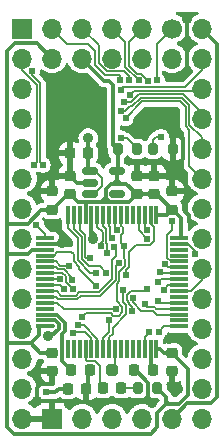
<source format=gbr>
%TF.GenerationSoftware,KiCad,Pcbnew,8.0.5*%
%TF.CreationDate,2025-07-05T10:51:27+01:00*%
%TF.ProjectId,sdrr 28 rev a,73647272-2032-4382-9072-657620612e6b,rev?*%
%TF.SameCoordinates,Original*%
%TF.FileFunction,Copper,L1,Top*%
%TF.FilePolarity,Positive*%
%FSLAX46Y46*%
G04 Gerber Fmt 4.6, Leading zero omitted, Abs format (unit mm)*
G04 Created by KiCad (PCBNEW 8.0.5) date 2025-07-05 10:51:27*
%MOMM*%
%LPD*%
G01*
G04 APERTURE LIST*
G04 Aperture macros list*
%AMRoundRect*
0 Rectangle with rounded corners*
0 $1 Rounding radius*
0 $2 $3 $4 $5 $6 $7 $8 $9 X,Y pos of 4 corners*
0 Add a 4 corners polygon primitive as box body*
4,1,4,$2,$3,$4,$5,$6,$7,$8,$9,$2,$3,0*
0 Add four circle primitives for the rounded corners*
1,1,$1+$1,$2,$3*
1,1,$1+$1,$4,$5*
1,1,$1+$1,$6,$7*
1,1,$1+$1,$8,$9*
0 Add four rect primitives between the rounded corners*
20,1,$1+$1,$2,$3,$4,$5,0*
20,1,$1+$1,$4,$5,$6,$7,0*
20,1,$1+$1,$6,$7,$8,$9,0*
20,1,$1+$1,$8,$9,$2,$3,0*%
G04 Aperture macros list end*
%TA.AperFunction,SMDPad,CuDef*%
%ADD10RoundRect,0.200000X0.200000X0.275000X-0.200000X0.275000X-0.200000X-0.275000X0.200000X-0.275000X0*%
%TD*%
%TA.AperFunction,SMDPad,CuDef*%
%ADD11RoundRect,0.225000X0.225000X0.250000X-0.225000X0.250000X-0.225000X-0.250000X0.225000X-0.250000X0*%
%TD*%
%TA.AperFunction,SMDPad,CuDef*%
%ADD12RoundRect,0.225000X0.250000X-0.225000X0.250000X0.225000X-0.250000X0.225000X-0.250000X-0.225000X0*%
%TD*%
%TA.AperFunction,SMDPad,CuDef*%
%ADD13RoundRect,0.150000X-0.512500X-0.150000X0.512500X-0.150000X0.512500X0.150000X-0.512500X0.150000X0*%
%TD*%
%TA.AperFunction,SMDPad,CuDef*%
%ADD14RoundRect,0.250000X-0.250000X-0.250000X0.250000X-0.250000X0.250000X0.250000X-0.250000X0.250000X0*%
%TD*%
%TA.AperFunction,SMDPad,CuDef*%
%ADD15RoundRect,0.200000X-0.200000X-0.275000X0.200000X-0.275000X0.200000X0.275000X-0.200000X0.275000X0*%
%TD*%
%TA.AperFunction,SMDPad,CuDef*%
%ADD16RoundRect,0.225000X-0.250000X0.225000X-0.250000X-0.225000X0.250000X-0.225000X0.250000X0.225000X0*%
%TD*%
%TA.AperFunction,ComponentPad*%
%ADD17C,1.700000*%
%TD*%
%TA.AperFunction,ComponentPad*%
%ADD18O,1.700000X1.700000*%
%TD*%
%TA.AperFunction,SMDPad,CuDef*%
%ADD19RoundRect,0.225000X-0.225000X-0.250000X0.225000X-0.250000X0.225000X0.250000X-0.225000X0.250000X0*%
%TD*%
%TA.AperFunction,SMDPad,CuDef*%
%ADD20RoundRect,0.075000X-0.075000X0.700000X-0.075000X-0.700000X0.075000X-0.700000X0.075000X0.700000X0*%
%TD*%
%TA.AperFunction,SMDPad,CuDef*%
%ADD21RoundRect,0.075000X-0.700000X0.075000X-0.700000X-0.075000X0.700000X-0.075000X0.700000X0.075000X0*%
%TD*%
%TA.AperFunction,ComponentPad*%
%ADD22R,1.700000X1.700000*%
%TD*%
%TA.AperFunction,SMDPad,CuDef*%
%ADD23RoundRect,0.218750X-0.218750X-0.256250X0.218750X-0.256250X0.218750X0.256250X-0.218750X0.256250X0*%
%TD*%
%TA.AperFunction,ViaPad*%
%ADD24C,0.914400*%
%TD*%
%TA.AperFunction,ViaPad*%
%ADD25C,0.609600*%
%TD*%
%TA.AperFunction,Conductor*%
%ADD26C,0.304800*%
%TD*%
%TA.AperFunction,Conductor*%
%ADD27C,0.152400*%
%TD*%
G04 APERTURE END LIST*
D10*
%TO.P,R3,1*%
%TO.N,+3V3*%
X113042200Y-57124600D03*
%TO.P,R3,2*%
%TO.N,Net-(D1-A)*%
X111392200Y-57124600D03*
%TD*%
D11*
%TO.P,C1,1*%
%TO.N,+5V*%
X107201000Y-37236400D03*
%TO.P,C1,2*%
%TO.N,GND*%
X105651000Y-37236400D03*
%TD*%
D12*
%TO.P,C3,1*%
%TO.N,+3V3*%
X112801400Y-40678400D03*
%TO.P,C3,2*%
%TO.N,GND*%
X112801400Y-39128400D03*
%TD*%
%TO.P,C2,1*%
%TO.N,+3V3*%
X111302800Y-40678400D03*
%TO.P,C2,2*%
%TO.N,GND*%
X111302800Y-39128400D03*
%TD*%
D13*
%TO.P,U3,1,VIN*%
%TO.N,+5V*%
X107351400Y-38760400D03*
%TO.P,U3,2,GND*%
%TO.N,GND*%
X107351400Y-39710400D03*
%TO.P,U3,3,EN*%
%TO.N,+5V*%
X107351400Y-40660400D03*
%TO.P,U3,4,NC*%
%TO.N,unconnected-(U3-NC-Pad4)*%
X109626400Y-40660400D03*
%TO.P,U3,5,VOUT*%
%TO.N,+3V3*%
X109626400Y-38760400D03*
%TD*%
D14*
%TO.P,TP1,1,1*%
%TO.N,MCO*%
X109220000Y-55609800D03*
%TD*%
D11*
%TO.P,RC5,1*%
%TO.N,GND*%
X107023200Y-57150000D03*
%TO.P,RC5,2*%
%TO.N,Net-(RC5-Pad2)*%
X105473200Y-57150000D03*
%TD*%
D15*
%TO.P,R2,1*%
%TO.N,BOOT0*%
X112687600Y-36880800D03*
%TO.P,R2,2*%
%TO.N,GND*%
X114337600Y-36880800D03*
%TD*%
D12*
%TO.P,C7,1*%
%TO.N,+3V3*%
X104165400Y-41999200D03*
%TO.P,C7,2*%
%TO.N,GND*%
X104165400Y-40449200D03*
%TD*%
D16*
%TO.P,C6,1*%
%TO.N,+3V3*%
X114274600Y-54114400D03*
%TO.P,C6,2*%
%TO.N,GND*%
X114274600Y-55664400D03*
%TD*%
D17*
%TO.P,J2,1,Pin_1*%
%TO.N,BOOT0*%
X114300000Y-26670000D03*
D18*
%TO.P,J2,2,Pin_2*%
%TO.N,+3V3*%
X114300000Y-29210000D03*
%TO.P,J2,3,Pin_3*%
%TO.N,SEL3*%
X111760000Y-26670000D03*
%TO.P,J2,4,Pin_4*%
%TO.N,+3V3*%
X111760000Y-29210000D03*
%TO.P,J2,5,Pin_5*%
%TO.N,SEL2*%
X109220000Y-26670000D03*
%TO.P,J2,6,Pin_6*%
%TO.N,+3V3*%
X109220000Y-29210000D03*
%TO.P,J2,7,Pin_7*%
%TO.N,SEL1*%
X106680000Y-26670000D03*
%TO.P,J2,8,Pin_8*%
%TO.N,+3V3*%
X106680000Y-29210000D03*
%TO.P,J2,9,Pin_9*%
%TO.N,SEL0*%
X104140000Y-26670000D03*
%TO.P,J2,10,Pin_10*%
%TO.N,+3V3*%
X104140000Y-29210000D03*
%TD*%
D19*
%TO.P,RC4,1*%
%TO.N,GND*%
X111112000Y-55600600D03*
%TO.P,RC4,2*%
%TO.N,Net-(RC4-Pad2)*%
X112662000Y-55600600D03*
%TD*%
D20*
%TO.P,U1,1,VBAT*%
%TO.N,+3V3*%
X112970000Y-42458000D03*
%TO.P,U1,2,PC13*%
%TO.N,A13*%
X112470000Y-42458000D03*
%TO.P,U1,3,PC14*%
%TO.N,~{OE}*%
X111970000Y-42458000D03*
%TO.P,U1,4,PC15*%
%TO.N,~{CE}*%
X111470000Y-42458000D03*
%TO.P,U1,5,PH0*%
%TO.N,unconnected-(U1-PH0-Pad5)*%
X110970000Y-42458000D03*
%TO.P,U1,6,PH1*%
%TO.N,unconnected-(U1-PH1-Pad6)*%
X110470000Y-42458000D03*
%TO.P,U1,7,NRST*%
%TO.N,NRST*%
X109970000Y-42458000D03*
%TO.P,U1,8,PC0*%
%TO.N,A7*%
X109470000Y-42458000D03*
%TO.P,U1,9,PC1*%
%TO.N,A6*%
X108970000Y-42458000D03*
%TO.P,U1,10,PC2*%
%TO.N,A5*%
X108470000Y-42458000D03*
%TO.P,U1,11,PC3*%
%TO.N,A4*%
X107970000Y-42458000D03*
%TO.P,U1,12,VSSA*%
%TO.N,GND*%
X107470000Y-42458000D03*
%TO.P,U1,13,VDDA*%
%TO.N,+3V3*%
X106970000Y-42458000D03*
%TO.P,U1,14,PA0*%
%TO.N,D7*%
X106470000Y-42458000D03*
%TO.P,U1,15,PA1*%
%TO.N,D6*%
X105970000Y-42458000D03*
%TO.P,U1,16,PA2*%
%TO.N,D5*%
X105470000Y-42458000D03*
D21*
%TO.P,U1,17,PA3*%
%TO.N,D4*%
X103545000Y-44383000D03*
%TO.P,U1,18,VSS*%
%TO.N,GND*%
X103545000Y-44883000D03*
%TO.P,U1,19,VDD*%
%TO.N,+3V3*%
X103545000Y-45383000D03*
%TO.P,U1,20,PA4*%
%TO.N,D3*%
X103545000Y-45883000D03*
%TO.P,U1,21,PA5*%
%TO.N,D2*%
X103545000Y-46383000D03*
%TO.P,U1,22,PA6*%
%TO.N,D1*%
X103545000Y-46883000D03*
%TO.P,U1,23,PA7*%
%TO.N,D0*%
X103545000Y-47383000D03*
%TO.P,U1,24,PC4*%
%TO.N,A1*%
X103545000Y-47883000D03*
%TO.P,U1,25,PC5*%
%TO.N,A0*%
X103545000Y-48383000D03*
%TO.P,U1,26,PB0*%
%TO.N,A14*%
X103545000Y-48883000D03*
%TO.P,U1,27,PB1*%
%TO.N,A15*%
X103545000Y-49383000D03*
%TO.P,U1,28,PB2*%
%TO.N,~{OE}*%
X103545000Y-49883000D03*
%TO.P,U1,29,PB10*%
%TO.N,unconnected-(U1-PB10-Pad29)*%
X103545000Y-50383000D03*
%TO.P,U1,30,VCAP1*%
%TO.N,Net-(U1-VCAP1)*%
X103545000Y-50883000D03*
%TO.P,U1,31,VSS*%
%TO.N,Net-(RC5-Pad2)*%
X103545000Y-51383000D03*
%TO.P,U1,32,VDD*%
%TO.N,+3V3*%
X103545000Y-51883000D03*
D20*
%TO.P,U1,33,PB12*%
%TO.N,unconnected-(U1-PB12-Pad33)*%
X105470000Y-53808000D03*
%TO.P,U1,34,PB13*%
%TO.N,unconnected-(U1-PB13-Pad34)*%
X105970000Y-53808000D03*
%TO.P,U1,35,PB14*%
%TO.N,unconnected-(U1-PB14-Pad35)*%
X106470000Y-53808000D03*
%TO.P,U1,36,PB15*%
%TO.N,LED0*%
X106970000Y-53808000D03*
%TO.P,U1,37,PC6*%
%TO.N,A2*%
X107470000Y-53808000D03*
%TO.P,U1,38,PC7*%
%TO.N,A3*%
X107970000Y-53808000D03*
%TO.P,U1,39,PC8*%
%TO.N,A12*%
X108470000Y-53808000D03*
%TO.P,U1,40,PC9*%
%TO.N,A8*%
X108970000Y-53808000D03*
%TO.P,U1,41,PA8*%
%TO.N,MCO*%
X109470000Y-53808000D03*
%TO.P,U1,42,PA9*%
%TO.N,unconnected-(U1-PA9-Pad42)*%
X109970000Y-53808000D03*
%TO.P,U1,43,PA10*%
%TO.N,unconnected-(U1-PA10-Pad43)*%
X110470000Y-53808000D03*
%TO.P,U1,44,PA11*%
%TO.N,unconnected-(U1-PA11-Pad44)*%
X110970000Y-53808000D03*
%TO.P,U1,45,PA12*%
%TO.N,unconnected-(U1-PA12-Pad45)*%
X111470000Y-53808000D03*
%TO.P,U1,46,PA13*%
%TO.N,SWDIO*%
X111970000Y-53808000D03*
%TO.P,U1,47,VSS*%
%TO.N,Net-(RC4-Pad2)*%
X112470000Y-53808000D03*
%TO.P,U1,48,VDD*%
%TO.N,+3V3*%
X112970000Y-53808000D03*
D21*
%TO.P,U1,49,PA14*%
%TO.N,SWCLK*%
X114895000Y-51883000D03*
%TO.P,U1,50,PA15*%
%TO.N,unconnected-(U1-PA15-Pad50)*%
X114895000Y-51383000D03*
%TO.P,U1,51,PC10*%
%TO.N,A9*%
X114895000Y-50883000D03*
%TO.P,U1,52,PC11*%
%TO.N,A11*%
X114895000Y-50383000D03*
%TO.P,U1,53,PC12*%
%TO.N,A10*%
X114895000Y-49883000D03*
%TO.P,U1,54,PD2*%
%TO.N,unconnected-(U1-PD2-Pad54)*%
X114895000Y-49383000D03*
%TO.P,U1,55,PB3*%
%TO.N,~{CE}*%
X114895000Y-48883000D03*
%TO.P,U1,56,PB4*%
%TO.N,SEL0*%
X114895000Y-48383000D03*
%TO.P,U1,57,PB5*%
%TO.N,SEL1*%
X114895000Y-47883000D03*
%TO.P,U1,58,PB6*%
%TO.N,SEL2*%
X114895000Y-47383000D03*
%TO.P,U1,59,PB7*%
%TO.N,SEL3*%
X114895000Y-46883000D03*
%TO.P,U1,60,BOOT0*%
%TO.N,BOOT0*%
X114895000Y-46383000D03*
%TO.P,U1,61,PB8*%
%TO.N,unconnected-(U1-PB8-Pad61)*%
X114895000Y-45883000D03*
%TO.P,U1,62,PB9*%
%TO.N,unconnected-(U1-PB9-Pad62)*%
X114895000Y-45383000D03*
%TO.P,U1,63,VSS*%
%TO.N,GND*%
X114895000Y-44883000D03*
%TO.P,U1,64,VDD*%
%TO.N,+3V3*%
X114895000Y-44383000D03*
%TD*%
D16*
%TO.P,C4,1*%
%TO.N,+3V3*%
X104165400Y-54139800D03*
%TO.P,C4,2*%
%TO.N,GND*%
X104165400Y-55689800D03*
%TD*%
D12*
%TO.P,C5,1*%
%TO.N,+3V3*%
X105664000Y-40678400D03*
%TO.P,C5,2*%
%TO.N,GND*%
X105664000Y-39128400D03*
%TD*%
D19*
%TO.P,C9,1*%
%TO.N,Net-(U1-VCAP1)*%
X105778000Y-55600600D03*
%TO.P,C9,2*%
%TO.N,GND*%
X107328000Y-55600600D03*
%TD*%
D22*
%TO.P,J1,1,Pin_1*%
%TO.N,GND*%
X104140000Y-59690000D03*
D18*
%TO.P,J1,2,Pin_2*%
%TO.N,NRST*%
X106680000Y-59690000D03*
%TO.P,J1,3,Pin_3*%
%TO.N,SWDIO*%
X109220000Y-59690000D03*
%TO.P,J1,4,Pin_4*%
%TO.N,SWCLK*%
X111760000Y-59690000D03*
%TO.P,J1,5,Pin_5*%
%TO.N,+5V*%
X114300000Y-59690000D03*
%TD*%
D23*
%TO.P,D1,1,K*%
%TO.N,LED0*%
X108432500Y-57124600D03*
%TO.P,D1,2,A*%
%TO.N,Net-(D1-A)*%
X110007500Y-57124600D03*
%TD*%
D12*
%TO.P,C8,1*%
%TO.N,+3V3*%
X114300000Y-41999200D03*
%TO.P,C8,2*%
%TO.N,GND*%
X114300000Y-40449200D03*
%TD*%
D15*
%TO.P,R1,1*%
%TO.N,+3V3*%
X109690400Y-36880800D03*
%TO.P,R1,2*%
%TO.N,NRST*%
X111340400Y-36880800D03*
%TD*%
D22*
%TO.P,J3,1,Pin_1*%
%TO.N,A15*%
X101600000Y-26670000D03*
D18*
%TO.P,J3,2,Pin_2*%
%TO.N,A12*%
X101600000Y-29210000D03*
%TO.P,J3,3,Pin_3*%
%TO.N,A7*%
X101600000Y-31750000D03*
%TO.P,J3,4,Pin_4*%
%TO.N,A6*%
X101600000Y-34290000D03*
%TO.P,J3,5,Pin_5*%
%TO.N,A5*%
X101600000Y-36830000D03*
%TO.P,J3,6,Pin_6*%
%TO.N,A4*%
X101600000Y-39370000D03*
%TO.P,J3,7,Pin_7*%
%TO.N,A3*%
X101600000Y-41910000D03*
%TO.P,J3,8,Pin_8*%
%TO.N,A2*%
X101600000Y-44450000D03*
%TO.P,J3,9,Pin_9*%
%TO.N,A1*%
X101600000Y-46990000D03*
%TO.P,J3,10,Pin_10*%
%TO.N,A0*%
X101600000Y-49530000D03*
%TO.P,J3,11,Pin_11*%
%TO.N,D0*%
X101600000Y-52070000D03*
%TO.P,J3,12,Pin_12*%
%TO.N,D1*%
X101600000Y-54610000D03*
%TO.P,J3,13,Pin_13*%
%TO.N,D2*%
X101600000Y-57150000D03*
%TO.P,J3,14,Pin_14*%
%TO.N,GND*%
X101600000Y-59690000D03*
%TD*%
%TO.P,J4,1,Pin_1*%
%TO.N,D3*%
X116840000Y-59690000D03*
%TO.P,J4,2,Pin_2*%
%TO.N,D4*%
X116840000Y-57150000D03*
%TO.P,J4,3,Pin_3*%
%TO.N,D5*%
X116840000Y-54610000D03*
%TO.P,J4,4,Pin_4*%
%TO.N,D6*%
X116840000Y-52070000D03*
%TO.P,J4,5,Pin_5*%
%TO.N,D7*%
X116840000Y-49530000D03*
%TO.P,J4,6,Pin_6*%
%TO.N,~{CE}*%
X116840000Y-46990000D03*
%TO.P,J4,7,Pin_7*%
%TO.N,A10*%
X116840000Y-44450000D03*
%TO.P,J4,8,Pin_8*%
%TO.N,~{OE}*%
X116840000Y-41910000D03*
%TO.P,J4,9,Pin_9*%
%TO.N,A11*%
X116840000Y-39370000D03*
%TO.P,J4,10,Pin_10*%
%TO.N,A9*%
X116840000Y-36830000D03*
%TO.P,J4,11,Pin_11*%
%TO.N,A8*%
X116840000Y-34290000D03*
%TO.P,J4,12,Pin_12*%
%TO.N,A13*%
X116840000Y-31750000D03*
%TO.P,J4,13,Pin_13*%
%TO.N,A14*%
X116840000Y-29210000D03*
%TO.P,J4,14,Pin_14*%
%TO.N,+5V*%
X116840000Y-26670000D03*
%TD*%
D24*
%TO.N,GND*%
X102819200Y-58191400D03*
X114757200Y-57150000D03*
X115722400Y-40614600D03*
X112618184Y-58389184D03*
X114020600Y-52933600D03*
X115570000Y-25857200D03*
X105003600Y-44856400D03*
X104190800Y-35788600D03*
X107924600Y-58420000D03*
X107629901Y-44448829D03*
D25*
X116230400Y-45720000D03*
D24*
X110718600Y-58420000D03*
X105587800Y-58420000D03*
X103962200Y-39116000D03*
X102793800Y-40665400D03*
X114350800Y-38582600D03*
%TO.N,+5V*%
X107201000Y-35966400D03*
D25*
%TO.N,NRST*%
X110209178Y-45085000D03*
X106661554Y-51066801D03*
X109931200Y-35948600D03*
%TO.N,SWCLK*%
X113157000Y-52374800D03*
%TO.N,SWDIO*%
X112365397Y-52395997D03*
%TO.N,SEL1*%
X110674031Y-31064200D03*
X113139630Y-48139352D03*
%TO.N,A2*%
X105892600Y-52476400D03*
%TO.N,SEL0*%
X109912028Y-31064200D03*
X113592972Y-48761261D03*
%TO.N,A15*%
X102408971Y-30255229D03*
X103327203Y-38201600D03*
X109799963Y-46511637D03*
%TO.N,SEL2*%
X113258600Y-47294800D03*
X111463365Y-31064200D03*
%TO.N,BOOT0*%
X112999185Y-31064200D03*
X113334800Y-35864800D03*
X114325400Y-42951400D03*
%TO.N,A0*%
X105105954Y-48700212D03*
%TO.N,A8*%
X110134117Y-48775942D03*
X110236000Y-32918400D03*
%TO.N,D1*%
X105841799Y-47914643D03*
%TO.N,D4*%
X102801924Y-43297382D03*
%TO.N,~{CE}*%
X112190378Y-44450003D03*
%TO.N,A11*%
X111971492Y-50013234D03*
X110353825Y-34250849D03*
%TO.N,D2*%
X105579768Y-46744032D03*
%TO.N,A12*%
X108947554Y-51367878D03*
X102565200Y-38201600D03*
%TO.N,D5*%
X107848400Y-47343671D03*
%TO.N,A14*%
X109387990Y-45152950D03*
X109938175Y-31844689D03*
%TO.N,D6*%
X108677992Y-47329403D03*
%TO.N,A9*%
X110972597Y-49453800D03*
X109931200Y-33616786D03*
%TO.N,A4*%
X108258840Y-45112580D03*
%TO.N,D3*%
X107848117Y-48439265D03*
%TO.N,A3*%
X106356754Y-51765188D03*
%TO.N,A1*%
X104775000Y-47879000D03*
%TO.N,D7*%
X107323962Y-46117438D03*
%TO.N,A7*%
X109599578Y-43729719D03*
%TO.N,A5*%
X108805144Y-45643800D03*
%TO.N,A10*%
X113091232Y-49748168D03*
%TO.N,~{OE}*%
X110912716Y-50554657D03*
X109541116Y-50452812D03*
X112195720Y-48704126D03*
X112190378Y-43688000D03*
%TO.N,D0*%
X105866917Y-48740000D03*
%TO.N,A13*%
X110718015Y-32258585D03*
X110363000Y-47570371D03*
%TO.N,A6*%
X109245400Y-44404407D03*
D24*
%TO.N,Net-(RC5-Pad2)*%
X103809800Y-52737412D03*
D25*
X103606600Y-57480200D03*
%TO.N,SEL3*%
X113661278Y-46610055D03*
X112237438Y-31083931D03*
%TD*%
D26*
%TO.N,Net-(U1-VCAP1)*%
X104978200Y-52527200D02*
X104978200Y-54784600D01*
X103545000Y-50883000D02*
X104541757Y-50883000D01*
X105778000Y-55584400D02*
X105600200Y-55762200D01*
X105232200Y-51573443D02*
X105232200Y-52273200D01*
X104978200Y-54784600D02*
X105778000Y-55584400D01*
X104541757Y-50883000D02*
X105232200Y-51573443D01*
X105232200Y-52273200D02*
X104978200Y-52527200D01*
%TO.N,GND*%
X102819200Y-58191400D02*
X104089200Y-58191400D01*
X114350800Y-38582600D02*
X115239800Y-37693600D01*
X115570000Y-30353000D02*
X114909600Y-31013400D01*
X115722400Y-40614600D02*
X115417600Y-40919400D01*
X111112000Y-55600600D02*
X111201200Y-55600600D01*
D27*
X116230400Y-45511966D02*
X116230400Y-45720000D01*
D26*
X112242600Y-56642000D02*
X112242600Y-58013600D01*
X115722400Y-42468800D02*
X115722400Y-43053000D01*
X103124000Y-56794400D02*
X103987600Y-56794400D01*
X107470000Y-44288928D02*
X107470000Y-42458000D01*
X104724200Y-44881800D02*
X104723000Y-44883000D01*
X107351400Y-39710400D02*
X106246000Y-39710400D01*
X115417600Y-42164000D02*
X115722400Y-42468800D01*
X102819200Y-57099200D02*
X103124000Y-56794400D01*
X105156051Y-44883000D02*
X105129451Y-44856400D01*
X105156051Y-44883000D02*
X104571800Y-44883000D01*
X115239800Y-37693600D02*
X115239800Y-36703000D01*
X115239800Y-35941000D02*
X115036600Y-35737800D01*
X107467400Y-42460600D02*
X107470000Y-42458000D01*
X106246000Y-39710400D02*
X105664000Y-39128400D01*
X103545000Y-44883000D02*
X105156051Y-44883000D01*
X107629901Y-44448829D02*
X107470000Y-44288928D01*
X107328000Y-55600600D02*
X107188000Y-55740600D01*
X111201200Y-55600600D02*
X112242600Y-56642000D01*
X103545000Y-44883000D02*
X104571800Y-44883000D01*
X107629901Y-44448829D02*
X107670600Y-44489528D01*
X105129451Y-44856400D02*
X105003600Y-44856400D01*
X115239800Y-36703000D02*
X115239800Y-35941000D01*
X112242600Y-58013600D02*
X112618184Y-58389184D01*
X115570000Y-25857200D02*
X115570000Y-30353000D01*
X104571800Y-44883000D02*
X104723000Y-44883000D01*
D27*
X114895000Y-44883000D02*
X115601434Y-44883000D01*
D26*
X115417600Y-40919400D02*
X115417600Y-42164000D01*
X107188000Y-55740600D02*
X107188000Y-56985200D01*
X107188000Y-56985200D02*
X107023200Y-57150000D01*
X103987600Y-56794400D02*
X104140000Y-56642000D01*
X102819200Y-58191400D02*
X102819200Y-57099200D01*
D27*
X115601434Y-44883000D02*
X116230400Y-45511966D01*
%TO.N,+5V*%
X108331000Y-40030400D02*
X108331000Y-39420800D01*
D26*
X118106600Y-27936600D02*
X116840000Y-26670000D01*
D27*
X108331000Y-39420800D02*
X108331000Y-39344600D01*
D26*
X115595400Y-58394600D02*
X117598600Y-58394600D01*
X107201000Y-35966400D02*
X107201000Y-37236400D01*
D27*
X107746800Y-38760400D02*
X107351400Y-38760400D01*
D26*
X107348800Y-38763000D02*
X107351400Y-38760400D01*
D27*
X107351400Y-40660400D02*
X107701000Y-40660400D01*
X108331000Y-39344600D02*
X107746800Y-38760400D01*
D26*
X107370800Y-40660400D02*
X107467400Y-40563800D01*
D27*
X107701000Y-40660400D02*
X108331000Y-40030400D01*
D26*
X107201000Y-37236400D02*
X107201000Y-38610000D01*
X114300000Y-59690000D02*
X115595400Y-58394600D01*
X117598600Y-58394600D02*
X118106600Y-57886600D01*
X107201000Y-38610000D02*
X107351400Y-38760400D01*
X107351400Y-40660400D02*
X107370800Y-40660400D01*
X118106600Y-57886600D02*
X118106600Y-27936600D01*
%TO.N,+3V3*%
X100330000Y-28549600D02*
X100965000Y-27914600D01*
X114363800Y-41999200D02*
X115087400Y-42722800D01*
X109321600Y-31445200D02*
X108966000Y-31089600D01*
X109093000Y-39801800D02*
X108659100Y-40235700D01*
X109690400Y-36880800D02*
X109690400Y-38696400D01*
X113792000Y-58115200D02*
X113792000Y-58166000D01*
X111048800Y-40424400D02*
X111289800Y-40665400D01*
X102311200Y-53314600D02*
X103136400Y-54139800D01*
X112839800Y-40665400D02*
X112839800Y-40653000D01*
X109321600Y-39801800D02*
X109093000Y-39801800D01*
X112970000Y-42458000D02*
X113841200Y-42458000D01*
X108637900Y-41018900D02*
X108331000Y-41325800D01*
X112970000Y-53808000D02*
X113294800Y-53808000D01*
X115620800Y-55460600D02*
X114274600Y-54114400D01*
X103545000Y-51883000D02*
X103494169Y-51883000D01*
X100965000Y-27914600D02*
X102844600Y-27914600D01*
X108559600Y-31089600D02*
X106680000Y-29210000D01*
X104165400Y-41999200D02*
X104165400Y-42011600D01*
X100330000Y-60375800D02*
X100330000Y-53314600D01*
X113042200Y-57124600D02*
X113792000Y-57874400D01*
X109931200Y-39801800D02*
X110426200Y-39801800D01*
X108991400Y-41325800D02*
X107391200Y-41325800D01*
X108966000Y-41325800D02*
X108991400Y-41325800D01*
X106311400Y-41325800D02*
X105664000Y-40678400D01*
X112979200Y-40678400D02*
X114300000Y-41999200D01*
X111302800Y-40678400D02*
X112801400Y-40678400D01*
X103136400Y-54139800D02*
X104165400Y-54139800D01*
X103545000Y-45383000D02*
X102470400Y-45383000D01*
X113030000Y-60401200D02*
X112471200Y-60960000D01*
X109194600Y-41325800D02*
X108991400Y-41325800D01*
X102057200Y-43180000D02*
X103238000Y-41999200D01*
X114300000Y-41999200D02*
X114363800Y-41999200D01*
X112839800Y-40550800D02*
X112839800Y-40665400D01*
X107391200Y-41325800D02*
X107137200Y-41325800D01*
X115087400Y-42722800D02*
X115087400Y-44190600D01*
X108966000Y-31089600D02*
X108559600Y-31089600D01*
X102133400Y-45720000D02*
X100330000Y-45720000D01*
X109194600Y-41325800D02*
X110655400Y-41325800D01*
X112801400Y-40678400D02*
X112979200Y-40678400D01*
X105486200Y-40678400D02*
X104165400Y-41999200D01*
X113030000Y-59182000D02*
X113030000Y-60401200D01*
X113601200Y-54114400D02*
X114274600Y-54114400D01*
X100330000Y-53314600D02*
X101676200Y-53314600D01*
X109626400Y-39497000D02*
X109931200Y-39801800D01*
X101676200Y-53314600D02*
X102311200Y-53314600D01*
X109626400Y-39497000D02*
X109321600Y-39801800D01*
X102336600Y-53314600D02*
X103047800Y-52603400D01*
X115087400Y-44190600D02*
X114895000Y-44383000D01*
X113792000Y-57874400D02*
X113792000Y-58115200D01*
X115620800Y-57658000D02*
X115620800Y-55460600D01*
X103238000Y-41999200D02*
X104165400Y-41999200D01*
X114046000Y-58420000D02*
X113792000Y-58420000D01*
X103047800Y-52603400D02*
X103047800Y-51883198D01*
X101676200Y-53314600D02*
X102336600Y-53314600D01*
X110655400Y-41325800D02*
X111302800Y-40678400D01*
X100330000Y-43434000D02*
X100330000Y-43180000D01*
X113841200Y-42458000D02*
X114300000Y-41999200D01*
X114858800Y-58420000D02*
X115620800Y-57658000D01*
X100914200Y-60960000D02*
X100330000Y-60375800D01*
X113294800Y-53808000D02*
X113601200Y-54114400D01*
X109626400Y-38760400D02*
X109626400Y-39319200D01*
X102470400Y-45383000D02*
X102133400Y-45720000D01*
X106970000Y-41493000D02*
X106970000Y-42458000D01*
X108659100Y-41018900D02*
X108966000Y-41325800D01*
X107137200Y-41325800D02*
X106970000Y-41493000D01*
X109690400Y-38696400D02*
X109626400Y-38760400D01*
X104165400Y-54266800D02*
X104050800Y-54266800D01*
X109194600Y-41325800D02*
X108331000Y-41325800D01*
X100330000Y-43180000D02*
X102057200Y-43180000D01*
X100330000Y-43434000D02*
X100330000Y-28549600D01*
X108659100Y-40235700D02*
X108659100Y-41018900D01*
X100330000Y-43434000D02*
X100330000Y-45720000D01*
X113792000Y-58115200D02*
X113792000Y-58420000D01*
X100330000Y-45720000D02*
X100330000Y-53314600D01*
X108659100Y-41018900D02*
X108637900Y-41018900D01*
X107391200Y-41325800D02*
X106311400Y-41325800D01*
X112839800Y-40665400D02*
X112970000Y-40795600D01*
X102844600Y-27914600D02*
X104140000Y-29210000D01*
X109690400Y-36880800D02*
X109321600Y-36512000D01*
X113792000Y-58420000D02*
X113030000Y-59182000D01*
X114046000Y-58420000D02*
X114858800Y-58420000D01*
X110426200Y-39801800D02*
X111302800Y-40678400D01*
X109321600Y-36512000D02*
X109321600Y-31445200D01*
X104248601Y-51883000D02*
X103545000Y-51883000D01*
X105664000Y-40678400D02*
X105486200Y-40678400D01*
X112471200Y-60960000D02*
X100914200Y-60960000D01*
X113792000Y-58166000D02*
X114046000Y-58420000D01*
X109626400Y-39319200D02*
X109626400Y-39497000D01*
X109931200Y-39801800D02*
X109321600Y-39801800D01*
D27*
%TO.N,NRST*%
X109829600Y-47244000D02*
X110333363Y-46740237D01*
X109931200Y-35948600D02*
X110472200Y-35948600D01*
X110074516Y-50673754D02*
X110074516Y-50231870D01*
X109956600Y-44169178D02*
X110132978Y-43992800D01*
X110333363Y-46740237D02*
X110333363Y-46405800D01*
X110333363Y-46249163D02*
X110333363Y-46405800D01*
X111340400Y-36816800D02*
X111340400Y-36880800D01*
X106661554Y-51066801D02*
X106970743Y-50757612D01*
X110209178Y-45085000D02*
X110209178Y-46124978D01*
X109956600Y-44832422D02*
X110209178Y-45085000D01*
X110074516Y-50231870D02*
X109600717Y-49758071D01*
X110472200Y-35948600D02*
X111340400Y-36816800D01*
X109762058Y-50986212D02*
X110074516Y-50673754D01*
X110132978Y-43508778D02*
X109970000Y-43345800D01*
X110132978Y-43992800D02*
X110132978Y-43508778D01*
X109956600Y-44169178D02*
X109956600Y-44832422D01*
X109320174Y-50986212D02*
X109762058Y-50986212D01*
X109600717Y-49758071D02*
X109600717Y-48303111D01*
X109091574Y-50757612D02*
X109320174Y-50986212D01*
X109600717Y-48303111D02*
X109829600Y-48074228D01*
X109829600Y-48074228D02*
X109829600Y-47244000D01*
X110209178Y-46124978D02*
X110333363Y-46249163D01*
X106970743Y-50757612D02*
X109091574Y-50757612D01*
X110333363Y-46405800D02*
X110333363Y-46290695D01*
X109970000Y-43345800D02*
X109970000Y-42458000D01*
%TO.N,SWCLK*%
X113157000Y-52374800D02*
X113648800Y-51883000D01*
X113648800Y-51883000D02*
X114895000Y-51883000D01*
%TO.N,SWDIO*%
X112365397Y-52429803D02*
X111970000Y-52825200D01*
X111970000Y-52825200D02*
X111970000Y-53808000D01*
X112365397Y-52395997D02*
X112365397Y-52429803D01*
%TO.N,SEL1*%
X113395982Y-47883000D02*
X113139630Y-48139352D01*
X110674031Y-31064200D02*
X110674031Y-30705918D01*
X108102400Y-28092400D02*
X106680000Y-26670000D01*
X110256713Y-30288600D02*
X108773228Y-30288600D01*
X108773228Y-30288600D02*
X108102400Y-29617772D01*
X110674031Y-30705918D02*
X110256713Y-30288600D01*
X114895000Y-47883000D02*
X113395982Y-47883000D01*
X108102400Y-29617772D02*
X108102400Y-28092400D01*
%TO.N,A2*%
X106045000Y-52324000D02*
X106934000Y-52324000D01*
X106934000Y-52324000D02*
X107470000Y-52860000D01*
X105892600Y-52476400D02*
X106045000Y-52324000D01*
X107470000Y-52860000D02*
X107470000Y-53808000D01*
%TO.N,SEL0*%
X107137200Y-27940000D02*
X105410000Y-27940000D01*
X105410000Y-27940000D02*
X104140000Y-26670000D01*
X114895000Y-48383000D02*
X113971233Y-48383000D01*
X109790600Y-30593400D02*
X108646977Y-30593400D01*
X107797600Y-29744023D02*
X107797600Y-28600400D01*
X108646977Y-30593400D02*
X107797600Y-29744023D01*
X107797600Y-28600400D02*
X107137200Y-27940000D01*
X109912028Y-31064200D02*
X109912028Y-30714828D01*
X109912028Y-30714828D02*
X109790600Y-30593400D01*
X113971233Y-48383000D02*
X113592972Y-48761261D01*
%TO.N,A15*%
X104424800Y-49383000D02*
X103545000Y-49383000D01*
X109799963Y-46511637D02*
X109524800Y-46786800D01*
X109524800Y-47947976D02*
X108195311Y-49277465D01*
X103545000Y-49383000D02*
X103643913Y-49481913D01*
X108195311Y-49277465D02*
X106550787Y-49277465D01*
X102408971Y-30578519D02*
X103124000Y-31293548D01*
X103124000Y-37998397D02*
X103327203Y-38201600D01*
X109524800Y-46786800D02*
X109524800Y-47947976D01*
X102408971Y-30255229D02*
X102408971Y-30578519D01*
X106550787Y-49277465D02*
X106250052Y-49578200D01*
X104620000Y-49578200D02*
X104424800Y-49383000D01*
X103124000Y-31293548D02*
X103124000Y-37998397D01*
X106250052Y-49578200D02*
X104620000Y-49578200D01*
%TO.N,SEL2*%
X113346800Y-47383000D02*
X113258600Y-47294800D01*
X114895000Y-47383000D02*
X113346800Y-47383000D01*
X111463365Y-31064200D02*
X110337600Y-29938435D01*
X110337600Y-27787600D02*
X109220000Y-26670000D01*
X110337600Y-29938435D02*
X110337600Y-27787600D01*
%TO.N,BOOT0*%
X113891400Y-46085834D02*
X114188566Y-46383000D01*
X112999185Y-27970815D02*
X114300000Y-26670000D01*
X114188566Y-46383000D02*
X114895000Y-46383000D01*
X114325400Y-42951400D02*
X114325400Y-43746166D01*
X112915700Y-35864800D02*
X112687600Y-36092900D01*
X114325400Y-43746166D02*
X113891400Y-44180166D01*
X112687600Y-36092900D02*
X112687600Y-36880800D01*
X113334800Y-35864800D02*
X112915700Y-35864800D01*
X113891400Y-44180166D02*
X113891400Y-46085834D01*
X112999185Y-31064200D02*
X112999185Y-27970815D01*
%TO.N,A0*%
X103574400Y-48412400D02*
X103545000Y-48383000D01*
X104818142Y-48412400D02*
X103574400Y-48412400D01*
X105105954Y-48700212D02*
X104818142Y-48412400D01*
%TO.N,A8*%
X109252353Y-52520247D02*
X108970000Y-52802600D01*
X116840000Y-33834296D02*
X116840000Y-34290000D01*
X110236000Y-32918400D02*
X110812542Y-32918400D01*
X108970000Y-53808000D02*
X108970000Y-53101566D01*
X110379316Y-50871890D02*
X109252353Y-51998853D01*
X109252353Y-51998853D02*
X109252353Y-52520247D01*
X111498342Y-32232600D02*
X115238304Y-32232600D01*
X110379316Y-50105116D02*
X110379316Y-50871890D01*
X110134117Y-48775942D02*
X110134117Y-49859917D01*
X108970000Y-52802600D02*
X108970000Y-53808000D01*
X115238304Y-32232600D02*
X116840000Y-33834296D01*
X110134117Y-49859917D02*
X110379316Y-50105116D01*
X110812542Y-32918400D02*
X111498342Y-32232600D01*
%TO.N,D1*%
X104490200Y-46883000D02*
X104648000Y-47040800D01*
X103545000Y-46883000D02*
X104490200Y-46883000D01*
X105841799Y-47760405D02*
X105841799Y-47914643D01*
X105122194Y-47040800D02*
X105841799Y-47760405D01*
X104648000Y-47040800D02*
X105122194Y-47040800D01*
%TO.N,D4*%
X102801924Y-43297382D02*
X103545000Y-44040458D01*
X103545000Y-44040458D02*
X103545000Y-44383000D01*
%TO.N,~{CE}*%
X111470000Y-42458000D02*
X111470000Y-43729625D01*
X111470000Y-43729625D02*
X112190378Y-44450003D01*
X115912200Y-48883000D02*
X116840000Y-47955200D01*
X116840000Y-47955200D02*
X116840000Y-46990000D01*
X114895000Y-48883000D02*
X115912200Y-48883000D01*
%TO.N,A11*%
X112199458Y-50241200D02*
X112829922Y-50241200D01*
X110353825Y-34250849D02*
X110353825Y-34239221D01*
X114985800Y-32842200D02*
X115443000Y-33299400D01*
X111750846Y-32842200D02*
X114985800Y-32842200D01*
X112971722Y-50383000D02*
X114895000Y-50383000D01*
X115747800Y-35229052D02*
X115747800Y-38277800D01*
X110353825Y-34239221D02*
X111750846Y-32842200D01*
X115747800Y-38277800D02*
X116840000Y-39370000D01*
X112829922Y-50241200D02*
X112971722Y-50383000D01*
X111971492Y-50013234D02*
X112199458Y-50241200D01*
X115443000Y-34924252D02*
X115747800Y-35229052D01*
X115443000Y-33299400D02*
X115443000Y-34924252D01*
%TO.N,D2*%
X105248446Y-46736000D02*
X104825800Y-46736000D01*
X105579768Y-46744032D02*
X105256478Y-46744032D01*
X104472800Y-46383000D02*
X103545000Y-46383000D01*
X105256478Y-46744032D02*
X105248446Y-46736000D01*
X104825800Y-46736000D02*
X104472800Y-46383000D01*
%TO.N,A12*%
X102819200Y-31419800D02*
X101600000Y-30200600D01*
X108947554Y-51367878D02*
X108947554Y-52354446D01*
X101600000Y-30200600D02*
X101600000Y-29210000D01*
X102565200Y-38201600D02*
X102819200Y-37947600D01*
X102819200Y-37947600D02*
X102819200Y-31419800D01*
X108947554Y-52354446D02*
X108470000Y-52832000D01*
X108470000Y-52832000D02*
X108470000Y-53808000D01*
%TO.N,D5*%
X106323251Y-46302121D02*
X107364801Y-47343671D01*
X107364801Y-47343671D02*
X107848400Y-47343671D01*
X105470000Y-42458000D02*
X105470000Y-43564784D01*
X105470000Y-43564784D02*
X106323251Y-44418035D01*
X106323251Y-44418035D02*
X106323251Y-46302121D01*
%TO.N,A14*%
X104924800Y-49273400D02*
X104534400Y-48883000D01*
X116840000Y-30200600D02*
X116840000Y-29210000D01*
X109211392Y-47830332D02*
X108069059Y-48972665D01*
X109938175Y-31844689D02*
X110159864Y-31623000D01*
X106424535Y-48972665D02*
X106123800Y-49273400D01*
X110159864Y-31623000D02*
X115417600Y-31623000D01*
X106123800Y-49273400D02*
X104924800Y-49273400D01*
X104534400Y-48883000D02*
X103545000Y-48883000D01*
X108069059Y-48972665D02*
X106424535Y-48972665D01*
X109387990Y-45152950D02*
X109526734Y-45291694D01*
X109211392Y-46262008D02*
X109211392Y-47830332D01*
X109526734Y-45946666D02*
X109211392Y-46262008D01*
X109526734Y-45291694D02*
X109526734Y-45946666D01*
X115417600Y-31623000D02*
X116840000Y-30200600D01*
%TO.N,D6*%
X108158860Y-46810271D02*
X107262453Y-46810271D01*
X107262453Y-46810271D02*
X106628051Y-46175869D01*
X106628051Y-46175869D02*
X106628051Y-44291783D01*
X106628051Y-44291783D02*
X105970000Y-43633732D01*
X108677992Y-47329403D02*
X108158860Y-46810271D01*
X105970000Y-43633732D02*
X105970000Y-42458000D01*
%TO.N,A9*%
X109931200Y-33616786D02*
X110325014Y-33616786D01*
X110972597Y-49453800D02*
X110972597Y-49834797D01*
X112495966Y-50546634D02*
X112496600Y-50546000D01*
X110938794Y-33223200D02*
X111624594Y-32537400D01*
X116840000Y-35890200D02*
X116840000Y-36830000D01*
X115747800Y-34798000D02*
X116840000Y-35890200D01*
X111624594Y-32537400D02*
X115112052Y-32537400D01*
X113011400Y-50883000D02*
X114895000Y-50883000D01*
X115747800Y-33173148D02*
X115747800Y-34798000D01*
X112674400Y-50546000D02*
X113011400Y-50883000D01*
X112496600Y-50546000D02*
X112674400Y-50546000D01*
X110718600Y-33223200D02*
X110938794Y-33223200D01*
X110325014Y-33616786D02*
X110718600Y-33223200D01*
X115112052Y-32537400D02*
X115747800Y-33173148D01*
X110972597Y-49834797D02*
X111684434Y-50546634D01*
X111684434Y-50546634D02*
X112495966Y-50546634D01*
%TO.N,A4*%
X108407200Y-44641398D02*
X108407200Y-43891200D01*
X107970000Y-43454000D02*
X107970000Y-42458000D01*
X108258840Y-45112580D02*
X108258840Y-44789758D01*
X108407200Y-43891200D02*
X107970000Y-43454000D01*
X108258840Y-44789758D02*
X108407200Y-44641398D01*
%TO.N,D3*%
X105765600Y-45593000D02*
X105968800Y-45796200D01*
X105968800Y-46378722D02*
X106405268Y-46815190D01*
X104256400Y-45883000D02*
X104546400Y-45593000D01*
X105968800Y-45796200D02*
X105968800Y-46378722D01*
X106405268Y-46815190D02*
X106405268Y-46994668D01*
X107848117Y-48437517D02*
X107848117Y-48439265D01*
X103545000Y-45883000D02*
X104256400Y-45883000D01*
X106405268Y-46994668D02*
X107848117Y-48437517D01*
X104546400Y-45593000D02*
X105765600Y-45593000D01*
%TO.N,MCO*%
X109470000Y-55359800D02*
X109220000Y-55609800D01*
X109470000Y-53808000D02*
X109470000Y-55359800D01*
%TO.N,A3*%
X106356754Y-51765188D02*
X106806240Y-51765188D01*
X107970000Y-52928948D02*
X107970000Y-53808000D01*
X106806240Y-51765188D02*
X107970000Y-52928948D01*
%TO.N,A1*%
X103545000Y-47883000D02*
X104771000Y-47883000D01*
X104771000Y-47883000D02*
X104775000Y-47879000D01*
%TO.N,D7*%
X107323962Y-46117438D02*
X107000672Y-46117438D01*
X107000672Y-46117438D02*
X106932851Y-46049617D01*
X106470000Y-43702680D02*
X106470000Y-42458000D01*
X106932851Y-46049617D02*
X106932851Y-44165531D01*
X106932851Y-44165531D02*
X106470000Y-43702680D01*
%TO.N,A7*%
X109470000Y-43600141D02*
X109470000Y-42458000D01*
X109599578Y-43729719D02*
X109470000Y-43600141D01*
%TO.N,A5*%
X108712000Y-43611800D02*
X108712000Y-44811398D01*
X108813600Y-45635344D02*
X108805144Y-45643800D01*
X108470000Y-43369800D02*
X108712000Y-43611800D01*
X108813600Y-44912998D02*
X108813600Y-45635344D01*
X108712000Y-44811398D02*
X108813600Y-44912998D01*
X108470000Y-42458000D02*
X108470000Y-43369800D01*
%TO.N,A10*%
X114895000Y-49883000D02*
X113226064Y-49883000D01*
X113226064Y-49883000D02*
X113091232Y-49748168D01*
%TO.N,~{OE}*%
X110439197Y-49674742D02*
X110667797Y-49903342D01*
X110439197Y-49225203D02*
X110439197Y-49674742D01*
X112070216Y-48704126D02*
X111904742Y-48869600D01*
X105116212Y-50452812D02*
X104546400Y-49883000D01*
X111970000Y-43467622D02*
X111970000Y-42458000D01*
X112190378Y-43688000D02*
X111970000Y-43467622D01*
X110667797Y-49903342D02*
X110667797Y-49961049D01*
X104546400Y-49883000D02*
X103545000Y-49883000D01*
X110912716Y-50205968D02*
X110912716Y-50554657D01*
X109541116Y-50452812D02*
X105116212Y-50452812D01*
X110794800Y-48869600D02*
X110439197Y-49225203D01*
X111904742Y-48869600D02*
X110794800Y-48869600D01*
X110667797Y-49961049D02*
X110912716Y-50205968D01*
X112195720Y-48704126D02*
X112070216Y-48704126D01*
%TO.N,D0*%
X105308400Y-47658058D02*
X105308400Y-48158400D01*
X105316812Y-48166812D02*
X105326896Y-48166812D01*
X103545000Y-47383000D02*
X103582400Y-47345600D01*
X105308400Y-48158400D02*
X105316812Y-48166812D01*
X105866917Y-48706833D02*
X105866917Y-48740000D01*
X103582400Y-47345600D02*
X104995942Y-47345600D01*
X104995942Y-47345600D02*
X105308400Y-47658058D01*
X105326896Y-48166812D02*
X105866917Y-48706833D01*
%TO.N,A13*%
X110638163Y-46866489D02*
X110363000Y-47141652D01*
X112723778Y-43457978D02*
X112723778Y-44670945D01*
X110638163Y-45571837D02*
X110638163Y-46866489D01*
X110718015Y-32258585D02*
X111048800Y-31927800D01*
X112411320Y-44983403D02*
X111277403Y-44983403D01*
X112470000Y-43204200D02*
X112723778Y-43457978D01*
X112723778Y-44670945D02*
X112411320Y-44983403D01*
X111048800Y-31927800D02*
X116662200Y-31927800D01*
X111277403Y-44983403D02*
X111252000Y-44958000D01*
X110363000Y-47141652D02*
X110363000Y-47570371D01*
X112470000Y-42458000D02*
X112470000Y-43204200D01*
X111252000Y-44958000D02*
X110638163Y-45571837D01*
X116662200Y-31927800D02*
X116840000Y-31750000D01*
%TO.N,A6*%
X108970000Y-43357800D02*
X108970000Y-42458000D01*
X109066178Y-43453978D02*
X108970000Y-43357800D01*
X109066178Y-44225185D02*
X109066178Y-43453978D01*
X109245400Y-44404407D02*
X109066178Y-44225185D01*
%TO.N,Net-(D1-A)*%
X110007500Y-57124600D02*
X111392200Y-57124600D01*
D26*
%TO.N,Net-(RC4-Pad2)*%
X112470000Y-53808000D02*
X112470000Y-55408600D01*
X112470000Y-55408600D02*
X112662000Y-55600600D01*
%TO.N,Net-(RC5-Pad2)*%
X104040767Y-52737412D02*
X104705801Y-52072378D01*
X104394000Y-57480200D02*
X103606600Y-57480200D01*
X104705801Y-51693622D02*
X104395179Y-51383000D01*
X104724200Y-57150000D02*
X104394000Y-57480200D01*
X103809800Y-52737412D02*
X104040767Y-52737412D01*
X104395179Y-51383000D02*
X103545000Y-51383000D01*
X104705801Y-52072378D02*
X104705801Y-51693622D01*
X105473200Y-57150000D02*
X104724200Y-57150000D01*
D27*
%TO.N,SEL3*%
X110642400Y-29812183D02*
X110642400Y-27787600D01*
X111361017Y-30530800D02*
X110642400Y-29812183D01*
X113934223Y-46883000D02*
X114895000Y-46883000D01*
X113661278Y-46610055D02*
X113934223Y-46883000D01*
X110642400Y-27787600D02*
X111760000Y-26670000D01*
X112237438Y-31083931D02*
X111684307Y-30530800D01*
X111684307Y-30530800D02*
X111361017Y-30530800D01*
%TO.N,LED0*%
X107111800Y-54838600D02*
X106970000Y-54696800D01*
X106970000Y-54696800D02*
X106970000Y-53808000D01*
X107797600Y-54838600D02*
X107111800Y-54838600D01*
X108432500Y-57124600D02*
X108204000Y-56896100D01*
X108204000Y-55245000D02*
X107797600Y-54838600D01*
X108204000Y-56896100D02*
X108204000Y-55245000D01*
%TD*%
%TA.AperFunction,Conductor*%
%TO.N,GND*%
G36*
X103674075Y-59497007D02*
G01*
X103640000Y-59624174D01*
X103640000Y-59755826D01*
X103674075Y-59882993D01*
X103706988Y-59940000D01*
X102033012Y-59940000D01*
X102065925Y-59882993D01*
X102100000Y-59755826D01*
X102100000Y-59624174D01*
X102065925Y-59497007D01*
X102033012Y-59440000D01*
X103706988Y-59440000D01*
X103674075Y-59497007D01*
G37*
%TD.AperFunction*%
%TA.AperFunction,Conductor*%
G36*
X107215321Y-56920002D02*
G01*
X107261814Y-56973658D01*
X107273200Y-57026000D01*
X107273200Y-58124999D01*
X107296514Y-58124999D01*
X107395802Y-58114856D01*
X107556683Y-58061546D01*
X107700932Y-57972572D01*
X107752202Y-57921302D01*
X107814514Y-57887277D01*
X107885329Y-57892341D01*
X107904305Y-57901282D01*
X107911038Y-57905170D01*
X107991849Y-57938642D01*
X108057053Y-57965650D01*
X108174405Y-57981100D01*
X108690594Y-57981099D01*
X108807947Y-57965650D01*
X108920882Y-57918871D01*
X108953961Y-57905170D01*
X108953961Y-57905169D01*
X108953965Y-57905168D01*
X109079354Y-57808954D01*
X109120038Y-57755933D01*
X109177375Y-57714067D01*
X109248246Y-57709845D01*
X109310149Y-57744609D01*
X109319958Y-57755928D01*
X109360646Y-57808954D01*
X109486035Y-57905168D01*
X109486038Y-57905170D01*
X109566849Y-57938642D01*
X109632053Y-57965650D01*
X109749405Y-57981100D01*
X110265594Y-57981099D01*
X110382947Y-57965650D01*
X110490014Y-57921302D01*
X110528964Y-57905169D01*
X110592961Y-57856062D01*
X110635703Y-57823264D01*
X110701923Y-57797664D01*
X110771472Y-57811929D01*
X110789110Y-57823264D01*
X110898796Y-57907428D01*
X110898941Y-57907539D01*
X111040398Y-57966133D01*
X111154084Y-57981100D01*
X111154091Y-57981100D01*
X111630309Y-57981100D01*
X111630316Y-57981100D01*
X111744002Y-57966133D01*
X111885459Y-57907539D01*
X112006931Y-57814331D01*
X112100139Y-57692859D01*
X112100791Y-57691284D01*
X112101693Y-57690164D01*
X112104266Y-57685709D01*
X112104960Y-57686110D01*
X112145337Y-57636004D01*
X112212700Y-57613581D01*
X112281492Y-57631138D01*
X112329871Y-57683099D01*
X112333603Y-57691272D01*
X112334261Y-57692859D01*
X112427469Y-57814331D01*
X112548941Y-57907539D01*
X112690398Y-57966133D01*
X112804084Y-57981100D01*
X113091460Y-57981100D01*
X113159581Y-58001102D01*
X113180554Y-58018003D01*
X113220655Y-58058103D01*
X113254681Y-58120415D01*
X113249617Y-58191231D01*
X113220656Y-58236295D01*
X112722888Y-58734063D01*
X112660576Y-58768089D01*
X112589761Y-58763024D01*
X112559617Y-58745461D01*
X112559123Y-58746168D01*
X112378102Y-58619416D01*
X112182809Y-58528349D01*
X112182804Y-58528347D01*
X111974668Y-58472577D01*
X111760000Y-58453796D01*
X111545331Y-58472577D01*
X111337195Y-58528347D01*
X111337190Y-58528349D01*
X111141897Y-58619416D01*
X110965386Y-58743010D01*
X110965380Y-58743015D01*
X110813015Y-58895380D01*
X110813010Y-58895386D01*
X110689416Y-59071897D01*
X110604195Y-59254654D01*
X110557277Y-59307939D01*
X110489000Y-59327400D01*
X110421040Y-59306858D01*
X110375805Y-59254654D01*
X110345656Y-59190000D01*
X110290584Y-59071898D01*
X110166987Y-58895383D01*
X110014617Y-58743013D01*
X109838102Y-58619416D01*
X109642807Y-58528348D01*
X109642805Y-58528347D01*
X109642804Y-58528347D01*
X109434668Y-58472577D01*
X109220000Y-58453796D01*
X109005331Y-58472577D01*
X108797195Y-58528347D01*
X108797190Y-58528349D01*
X108601897Y-58619416D01*
X108425386Y-58743010D01*
X108425380Y-58743015D01*
X108273015Y-58895380D01*
X108273010Y-58895386D01*
X108149416Y-59071897D01*
X108064195Y-59254654D01*
X108017277Y-59307939D01*
X107949000Y-59327400D01*
X107881040Y-59306858D01*
X107835805Y-59254654D01*
X107805656Y-59190000D01*
X107750584Y-59071898D01*
X107626987Y-58895383D01*
X107474617Y-58743013D01*
X107298102Y-58619416D01*
X107102807Y-58528348D01*
X107102805Y-58528347D01*
X107102804Y-58528347D01*
X106894668Y-58472577D01*
X106680000Y-58453796D01*
X106465331Y-58472577D01*
X106257195Y-58528347D01*
X106257190Y-58528349D01*
X106061897Y-58619416D01*
X105885386Y-58743010D01*
X105885380Y-58743015D01*
X105733015Y-58895380D01*
X105733010Y-58895386D01*
X105719213Y-58915091D01*
X105663755Y-58959419D01*
X105593136Y-58966728D01*
X105529776Y-58934697D01*
X105493791Y-58873496D01*
X105490000Y-58842820D01*
X105490000Y-58792176D01*
X105489999Y-58792159D01*
X105483599Y-58732628D01*
X105433352Y-58597910D01*
X105347189Y-58482810D01*
X105232089Y-58396647D01*
X105097371Y-58346400D01*
X105037840Y-58340000D01*
X104390000Y-58340000D01*
X104390000Y-59256988D01*
X104332993Y-59224075D01*
X104205826Y-59190000D01*
X104074174Y-59190000D01*
X103947007Y-59224075D01*
X103890000Y-59256988D01*
X103890000Y-58339999D01*
X103857980Y-58307979D01*
X103823954Y-58245667D01*
X103829019Y-58174852D01*
X103871566Y-58118016D01*
X103888501Y-58107327D01*
X103999326Y-58049162D01*
X104003133Y-58045788D01*
X104067386Y-58015587D01*
X104086688Y-58014100D01*
X104464287Y-58014100D01*
X104464289Y-58014100D01*
X104600078Y-57977716D01*
X104721822Y-57907426D01*
X104726778Y-57902469D01*
X104789087Y-57868443D01*
X104859903Y-57873504D01*
X104892577Y-57891597D01*
X104942333Y-57929776D01*
X105089872Y-57990889D01*
X105208451Y-58006500D01*
X105737948Y-58006499D01*
X105856528Y-57990889D01*
X106004067Y-57929776D01*
X106085360Y-57867397D01*
X106151580Y-57841797D01*
X106221129Y-57856062D01*
X106251159Y-57878265D01*
X106345461Y-57972567D01*
X106345467Y-57972572D01*
X106489716Y-58061546D01*
X106650593Y-58114855D01*
X106650599Y-58114856D01*
X106749876Y-58124999D01*
X106773200Y-58124998D01*
X106773200Y-57026000D01*
X106793202Y-56957879D01*
X106846858Y-56911386D01*
X106899200Y-56900000D01*
X107147200Y-56900000D01*
X107215321Y-56920002D01*
G37*
%TD.AperFunction*%
%TA.AperFunction,Conductor*%
G36*
X102899206Y-57618391D02*
G01*
X102945272Y-57672413D01*
X102948054Y-57679153D01*
X102961296Y-57714067D01*
X102994449Y-57801485D01*
X103053668Y-57887277D01*
X103083001Y-57929774D01*
X103089123Y-57938642D01*
X103089125Y-57938645D01*
X103137045Y-57981098D01*
X103213874Y-58049162D01*
X103315373Y-58102433D01*
X103366395Y-58151801D01*
X103382627Y-58220917D01*
X103358915Y-58287837D01*
X103302788Y-58331314D01*
X103256817Y-58340000D01*
X103242159Y-58340000D01*
X103182628Y-58346400D01*
X103047910Y-58396647D01*
X102932810Y-58482810D01*
X102846648Y-58597909D01*
X102798473Y-58727072D01*
X102755926Y-58783907D01*
X102689405Y-58808718D01*
X102620031Y-58793626D01*
X102591321Y-58772134D01*
X102471076Y-58651888D01*
X102471073Y-58651886D01*
X102277579Y-58516400D01*
X102277576Y-58516399D01*
X102175542Y-58468819D01*
X102122257Y-58421901D01*
X102102796Y-58353624D01*
X102123338Y-58285664D01*
X102175540Y-58240430D01*
X102218102Y-58220584D01*
X102394617Y-58096987D01*
X102546987Y-57944617D01*
X102670584Y-57768102D01*
X102716053Y-57670593D01*
X102762969Y-57617310D01*
X102831246Y-57597849D01*
X102899206Y-57618391D01*
G37*
%TD.AperFunction*%
%TA.AperFunction,Conductor*%
G36*
X114466721Y-55434402D02*
G01*
X114513214Y-55488058D01*
X114524600Y-55540400D01*
X114524600Y-56614399D01*
X114572914Y-56614399D01*
X114672202Y-56604256D01*
X114833084Y-56550946D01*
X114894752Y-56512909D01*
X114963232Y-56494171D01*
X115030971Y-56515430D01*
X115076463Y-56569937D01*
X115086900Y-56620149D01*
X115086900Y-57384662D01*
X115066898Y-57452783D01*
X115049995Y-57473757D01*
X114674557Y-57849195D01*
X114612245Y-57883221D01*
X114585462Y-57886100D01*
X114444552Y-57886100D01*
X114376431Y-57866098D01*
X114329938Y-57812442D01*
X114322845Y-57792711D01*
X114289516Y-57668322D01*
X114234370Y-57572807D01*
X114219228Y-57546580D01*
X114219220Y-57546570D01*
X113860605Y-57187955D01*
X113826579Y-57125643D01*
X113823700Y-57098860D01*
X113823700Y-56811491D01*
X113823700Y-56811484D01*
X113816118Y-56753898D01*
X113827057Y-56683754D01*
X113874184Y-56630655D01*
X113942538Y-56611464D01*
X113953848Y-56612108D01*
X113976278Y-56614399D01*
X114024599Y-56614399D01*
X114024600Y-56614398D01*
X114024600Y-55540400D01*
X114044602Y-55472279D01*
X114098258Y-55425786D01*
X114150600Y-55414400D01*
X114398600Y-55414400D01*
X114466721Y-55434402D01*
G37*
%TD.AperFunction*%
%TA.AperFunction,Conductor*%
G36*
X102980986Y-54650891D02*
G01*
X103066111Y-54673700D01*
X103325814Y-54673700D01*
X103393935Y-54693702D01*
X103425776Y-54722996D01*
X103448001Y-54751960D01*
X103473602Y-54818180D01*
X103459337Y-54887729D01*
X103437135Y-54917759D01*
X103342827Y-55012067D01*
X103253853Y-55156316D01*
X103200544Y-55317193D01*
X103200543Y-55317199D01*
X103190400Y-55416476D01*
X103190400Y-55439800D01*
X104289400Y-55439800D01*
X104357521Y-55459802D01*
X104404014Y-55513458D01*
X104415400Y-55565800D01*
X104415400Y-56651560D01*
X104395398Y-56719681D01*
X104378495Y-56740655D01*
X104285367Y-56833785D01*
X104209757Y-56909395D01*
X104147445Y-56943420D01*
X104120661Y-56946300D01*
X104086688Y-56946300D01*
X104018567Y-56926298D01*
X104003133Y-56914611D01*
X103999327Y-56911239D01*
X103999322Y-56911235D01*
X103917900Y-56868502D01*
X103866877Y-56819134D01*
X103850645Y-56750018D01*
X103874357Y-56683098D01*
X103887359Y-56667840D01*
X103915400Y-56639798D01*
X103915400Y-55939800D01*
X103190401Y-55939800D01*
X103190401Y-55963114D01*
X103200543Y-56062402D01*
X103253853Y-56223283D01*
X103342827Y-56367532D01*
X103342832Y-56367538D01*
X103462661Y-56487367D01*
X103462667Y-56487372D01*
X103581533Y-56560690D01*
X103629011Y-56613476D01*
X103640414Y-56683551D01*
X103612121Y-56748667D01*
X103553116Y-56788149D01*
X103530576Y-56793012D01*
X103523273Y-56793898D01*
X103361448Y-56833784D01*
X103361446Y-56833785D01*
X103213873Y-56911238D01*
X103089126Y-57021754D01*
X103089124Y-57021756D01*
X103053424Y-57073477D01*
X102998265Y-57118176D01*
X102927696Y-57125959D01*
X102864123Y-57094354D01*
X102827728Y-57033395D01*
X102824208Y-57012888D01*
X102817423Y-56935335D01*
X102761652Y-56727193D01*
X102670584Y-56531898D01*
X102546987Y-56355383D01*
X102394617Y-56203013D01*
X102328142Y-56156467D01*
X102218102Y-56079416D01*
X102035344Y-55994194D01*
X101982060Y-55947278D01*
X101962599Y-55879000D01*
X101983141Y-55811040D01*
X102035343Y-55765805D01*
X102218102Y-55680584D01*
X102394617Y-55556987D01*
X102546987Y-55404617D01*
X102670584Y-55228102D01*
X102761652Y-55032807D01*
X102817423Y-54824665D01*
X102822937Y-54761635D01*
X102848799Y-54695520D01*
X102906302Y-54653880D01*
X102977189Y-54649939D01*
X102980986Y-54650891D01*
G37*
%TD.AperFunction*%
%TA.AperFunction,Conductor*%
G36*
X114002504Y-52374283D02*
G01*
X114088934Y-52404526D01*
X114109173Y-52411608D01*
X114140014Y-52414500D01*
X114140017Y-52414500D01*
X115561620Y-52414500D01*
X115629741Y-52434502D01*
X115675965Y-52487847D01*
X115676023Y-52487821D01*
X115676117Y-52488023D01*
X115676234Y-52488158D01*
X115676623Y-52489109D01*
X115750965Y-52648534D01*
X115769416Y-52688102D01*
X115893013Y-52864617D01*
X116045383Y-53016987D01*
X116221898Y-53140584D01*
X116386085Y-53217146D01*
X116404654Y-53225805D01*
X116457939Y-53272723D01*
X116477400Y-53341000D01*
X116456858Y-53408960D01*
X116404654Y-53454195D01*
X116221897Y-53539416D01*
X116045386Y-53663010D01*
X116045380Y-53663015D01*
X115893015Y-53815380D01*
X115893010Y-53815386D01*
X115769416Y-53991897D01*
X115678349Y-54187190D01*
X115678347Y-54187195D01*
X115622577Y-54395333D01*
X115622576Y-54395339D01*
X115621026Y-54413053D01*
X115595161Y-54479171D01*
X115537656Y-54520809D01*
X115466769Y-54524747D01*
X115406411Y-54491163D01*
X115168004Y-54252756D01*
X115133978Y-54190444D01*
X115131099Y-54163661D01*
X115131099Y-53849651D01*
X115131098Y-53849643D01*
X115126587Y-53815380D01*
X115115489Y-53731072D01*
X115054376Y-53583533D01*
X114957161Y-53456839D01*
X114830467Y-53359624D01*
X114800505Y-53347213D01*
X114682926Y-53298510D01*
X114598705Y-53287423D01*
X114564349Y-53282900D01*
X114564346Y-53282900D01*
X113984852Y-53282900D01*
X113984843Y-53282901D01*
X113878130Y-53296950D01*
X113866272Y-53298511D01*
X113718727Y-53359626D01*
X113715358Y-53361572D01*
X113712156Y-53362348D01*
X113711103Y-53362785D01*
X113711034Y-53362620D01*
X113646363Y-53378308D01*
X113589359Y-53361568D01*
X113564497Y-53347213D01*
X113515505Y-53295829D01*
X113501500Y-53238096D01*
X113501500Y-53053017D01*
X113501362Y-53050064D01*
X113502725Y-53050000D01*
X113515231Y-52985544D01*
X113545815Y-52950841D01*
X113544021Y-52948816D01*
X113549726Y-52943762D01*
X113674476Y-52833244D01*
X113769152Y-52696082D01*
X113828252Y-52540249D01*
X113835807Y-52478022D01*
X113863873Y-52412813D01*
X113922741Y-52373125D01*
X113993720Y-52371565D01*
X114002504Y-52374283D01*
G37*
%TD.AperFunction*%
%TA.AperFunction,Conductor*%
G36*
X103503284Y-42672449D02*
G01*
X103609533Y-42753976D01*
X103757072Y-42815089D01*
X103875651Y-42830700D01*
X104455148Y-42830699D01*
X104573728Y-42815089D01*
X104721267Y-42753976D01*
X104735797Y-42742826D01*
X104802016Y-42717227D01*
X104871565Y-42731492D01*
X104922361Y-42781093D01*
X104938500Y-42842790D01*
X104938500Y-43212988D01*
X104941392Y-43243827D01*
X104941393Y-43243832D01*
X104986841Y-43373713D01*
X104986842Y-43373714D01*
X104986843Y-43373717D01*
X104987675Y-43374845D01*
X104988204Y-43376292D01*
X104991253Y-43382060D01*
X104990463Y-43382477D01*
X105012037Y-43441530D01*
X105012300Y-43449670D01*
X105012300Y-43625045D01*
X105043491Y-43741449D01*
X105043492Y-43741452D01*
X105103746Y-43845815D01*
X105103748Y-43845817D01*
X105103749Y-43845819D01*
X105828647Y-44570717D01*
X105862671Y-44633028D01*
X105865551Y-44659811D01*
X105865551Y-45009300D01*
X105845549Y-45077421D01*
X105791893Y-45123914D01*
X105739551Y-45135300D01*
X104945296Y-45135300D01*
X104877175Y-45115298D01*
X104830682Y-45061642D01*
X104828719Y-45048543D01*
X104815088Y-45033000D01*
X104673012Y-45033000D01*
X104604891Y-45012998D01*
X104578292Y-44988062D01*
X104578118Y-44988237D01*
X104572717Y-44982836D01*
X104571630Y-44981817D01*
X104571438Y-44981557D01*
X104564764Y-44974883D01*
X104566632Y-44973014D01*
X104532330Y-44927840D01*
X104526780Y-44857061D01*
X104560377Y-44794517D01*
X104567768Y-44788112D01*
X104571438Y-44784442D01*
X104571438Y-44784440D01*
X104571440Y-44784440D01*
X104571630Y-44784183D01*
X104571912Y-44783968D01*
X104578118Y-44777763D01*
X104578966Y-44778611D01*
X104628173Y-44741248D01*
X104673012Y-44733000D01*
X104815088Y-44733000D01*
X104815087Y-44732999D01*
X104805199Y-44657894D01*
X104747263Y-44518021D01*
X104727536Y-44492311D01*
X104701937Y-44426090D01*
X104701500Y-44415609D01*
X104701500Y-44253017D01*
X104701500Y-44253014D01*
X104698608Y-44222173D01*
X104653157Y-44092283D01*
X104571440Y-43981560D01*
X104460717Y-43899843D01*
X104460714Y-43899842D01*
X104460713Y-43899841D01*
X104330832Y-43854393D01*
X104330827Y-43854392D01*
X104299988Y-43851500D01*
X104299986Y-43851500D01*
X104037158Y-43851500D01*
X103969037Y-43831498D01*
X103928039Y-43788500D01*
X103911253Y-43759426D01*
X103911248Y-43759420D01*
X103721614Y-43569786D01*
X103530096Y-43378268D01*
X103496073Y-43315958D01*
X103494112Y-43304362D01*
X103492299Y-43289431D01*
X103474909Y-43146204D01*
X103473177Y-43131935D01*
X103420068Y-42991900D01*
X103414076Y-42976100D01*
X103322884Y-42843986D01*
X103300650Y-42776565D01*
X103318397Y-42707822D01*
X103370491Y-42659586D01*
X103440394Y-42647172D01*
X103503284Y-42672449D01*
G37*
%TD.AperFunction*%
%TA.AperFunction,Conductor*%
G36*
X107528512Y-43618581D02*
G01*
X107555119Y-43650805D01*
X107603746Y-43735031D01*
X107603748Y-43735033D01*
X107603749Y-43735035D01*
X107912596Y-44043882D01*
X107946620Y-44106193D01*
X107949500Y-44132976D01*
X107949500Y-44399621D01*
X107929498Y-44467742D01*
X107912595Y-44488716D01*
X107892591Y-44508719D01*
X107892585Y-44508726D01*
X107889302Y-44514414D01*
X107863739Y-44545722D01*
X107741365Y-44654134D01*
X107741363Y-44654137D01*
X107646689Y-44791294D01*
X107634363Y-44823797D01*
X107591504Y-44880398D01*
X107524849Y-44904842D01*
X107455559Y-44889370D01*
X107405633Y-44838893D01*
X107390551Y-44779116D01*
X107390551Y-44105274D01*
X107359359Y-43988866D01*
X107359359Y-43988865D01*
X107299102Y-43884496D01*
X107299101Y-43884495D01*
X107297879Y-43882378D01*
X107281142Y-43813383D01*
X107304363Y-43746291D01*
X107320000Y-43728986D01*
X107320000Y-43713805D01*
X107340002Y-43645684D01*
X107393658Y-43599191D01*
X107463932Y-43589087D01*
X107528512Y-43618581D01*
G37*
%TD.AperFunction*%
%TA.AperFunction,Conductor*%
G36*
X115829812Y-42620967D02*
G01*
X115850510Y-42643917D01*
X115893013Y-42704617D01*
X116045383Y-42856987D01*
X116221898Y-42980584D01*
X116386085Y-43057146D01*
X116404654Y-43065805D01*
X116457939Y-43112723D01*
X116477400Y-43181000D01*
X116456858Y-43248960D01*
X116404654Y-43294195D01*
X116221897Y-43379416D01*
X116045386Y-43503010D01*
X116045380Y-43503015D01*
X115893015Y-43655380D01*
X115893010Y-43655386D01*
X115850513Y-43716079D01*
X115795056Y-43760407D01*
X115724437Y-43767716D01*
X115661076Y-43735685D01*
X115625091Y-43674484D01*
X115621300Y-43643808D01*
X115621300Y-42716191D01*
X115641302Y-42648070D01*
X115694958Y-42601577D01*
X115765232Y-42591473D01*
X115829812Y-42620967D01*
G37*
%TD.AperFunction*%
%TA.AperFunction,Conductor*%
G36*
X114812145Y-33319902D02*
G01*
X114833119Y-33336805D01*
X114948395Y-33452081D01*
X114982421Y-33514393D01*
X114985300Y-33541176D01*
X114985300Y-34984513D01*
X115016491Y-35100917D01*
X115016492Y-35100920D01*
X115076746Y-35205283D01*
X115076748Y-35205285D01*
X115076749Y-35205287D01*
X115253196Y-35381734D01*
X115287220Y-35444044D01*
X115290100Y-35470828D01*
X115290100Y-36064160D01*
X115270098Y-36132281D01*
X115216442Y-36178774D01*
X115146168Y-36188878D01*
X115081588Y-36159384D01*
X115075005Y-36153255D01*
X114972479Y-36050729D01*
X114972474Y-36050725D01*
X114826999Y-35962782D01*
X114664701Y-35912208D01*
X114594173Y-35905800D01*
X114587600Y-35905800D01*
X114587600Y-37855799D01*
X114594172Y-37855799D01*
X114664701Y-37849391D01*
X114826998Y-37798817D01*
X114826999Y-37798817D01*
X114972474Y-37710874D01*
X114972479Y-37710870D01*
X115075005Y-37608345D01*
X115137317Y-37574319D01*
X115208132Y-37579384D01*
X115264968Y-37621931D01*
X115289779Y-37688451D01*
X115290100Y-37697440D01*
X115290100Y-38338061D01*
X115321291Y-38454465D01*
X115321292Y-38454468D01*
X115381546Y-38558831D01*
X115381554Y-38558841D01*
X115646256Y-38823543D01*
X115680282Y-38885855D01*
X115678868Y-38945249D01*
X115622577Y-39155331D01*
X115603796Y-39370000D01*
X115622577Y-39584668D01*
X115678347Y-39792804D01*
X115678349Y-39792809D01*
X115769416Y-39988102D01*
X115881050Y-40147533D01*
X115893013Y-40164617D01*
X116045383Y-40316987D01*
X116221898Y-40440584D01*
X116386085Y-40517146D01*
X116404654Y-40525805D01*
X116457939Y-40572723D01*
X116477400Y-40641000D01*
X116456858Y-40708960D01*
X116404654Y-40754195D01*
X116221897Y-40839416D01*
X116045386Y-40963010D01*
X116045380Y-40963015D01*
X115893015Y-41115380D01*
X115893010Y-41115386D01*
X115769416Y-41291897D01*
X115678349Y-41487190D01*
X115678347Y-41487195D01*
X115622577Y-41695331D01*
X115603796Y-41910000D01*
X115622577Y-42124665D01*
X115622577Y-42124668D01*
X115622578Y-42124670D01*
X115639324Y-42187169D01*
X115637634Y-42258145D01*
X115597839Y-42316941D01*
X115532575Y-42344888D01*
X115462561Y-42333114D01*
X115428522Y-42308874D01*
X115193404Y-42073756D01*
X115159378Y-42011444D01*
X115156499Y-41984661D01*
X115156499Y-41734451D01*
X115156498Y-41734443D01*
X115154307Y-41717800D01*
X115140889Y-41615872D01*
X115079776Y-41468333D01*
X115017396Y-41387037D01*
X114991797Y-41320818D01*
X115006062Y-41251269D01*
X115028265Y-41221239D01*
X115122572Y-41126932D01*
X115211546Y-40982683D01*
X115264855Y-40821806D01*
X115264856Y-40821800D01*
X115275000Y-40722523D01*
X115275000Y-40699200D01*
X114176000Y-40699200D01*
X114107879Y-40679198D01*
X114061386Y-40625542D01*
X114050000Y-40573200D01*
X114050000Y-40199200D01*
X114550000Y-40199200D01*
X115274999Y-40199200D01*
X115274999Y-40175885D01*
X115264856Y-40076597D01*
X115211546Y-39915716D01*
X115122572Y-39771467D01*
X115122567Y-39771461D01*
X115002738Y-39651632D01*
X115002732Y-39651627D01*
X114858483Y-39562653D01*
X114697606Y-39509344D01*
X114697600Y-39509343D01*
X114598323Y-39499200D01*
X114550000Y-39499200D01*
X114550000Y-40199200D01*
X114050000Y-40199200D01*
X114050000Y-39499200D01*
X114001684Y-39499200D01*
X113915204Y-39508035D01*
X113845404Y-39495059D01*
X113793699Y-39446406D01*
X113776400Y-39382687D01*
X113776400Y-39378400D01*
X111178800Y-39378400D01*
X111110679Y-39358398D01*
X111064186Y-39304742D01*
X111052800Y-39252400D01*
X111052800Y-38878400D01*
X111552800Y-38878400D01*
X112551400Y-38878400D01*
X113051400Y-38878400D01*
X113776399Y-38878400D01*
X113776399Y-38855085D01*
X113766256Y-38755797D01*
X113712946Y-38594916D01*
X113623972Y-38450667D01*
X113623967Y-38450661D01*
X113504138Y-38330832D01*
X113504132Y-38330827D01*
X113359883Y-38241853D01*
X113199006Y-38188544D01*
X113199000Y-38188543D01*
X113099723Y-38178400D01*
X113051400Y-38178400D01*
X113051400Y-38878400D01*
X112551400Y-38878400D01*
X112551400Y-38178400D01*
X112503085Y-38178400D01*
X112403797Y-38188543D01*
X112242916Y-38241853D01*
X112118247Y-38318750D01*
X112049767Y-38337487D01*
X111985953Y-38318750D01*
X111861283Y-38241853D01*
X111700406Y-38188544D01*
X111700400Y-38188543D01*
X111601123Y-38178400D01*
X111552800Y-38178400D01*
X111552800Y-38878400D01*
X111052800Y-38878400D01*
X111052800Y-38178400D01*
X111004485Y-38178400D01*
X110905197Y-38188543D01*
X110744316Y-38241853D01*
X110693286Y-38273329D01*
X110624806Y-38292066D01*
X110557067Y-38270807D01*
X110526742Y-38242223D01*
X110518260Y-38231038D01*
X110418348Y-38155273D01*
X110401843Y-38142757D01*
X110310698Y-38106814D01*
X110304075Y-38104202D01*
X110248042Y-38060603D01*
X110224475Y-37993632D01*
X110224300Y-37986987D01*
X110224300Y-37694690D01*
X110244302Y-37626569D01*
X110273595Y-37594728D01*
X110305131Y-37570531D01*
X110398339Y-37449059D01*
X110398991Y-37447484D01*
X110399893Y-37446364D01*
X110402466Y-37441909D01*
X110403160Y-37442310D01*
X110443537Y-37392204D01*
X110510900Y-37369781D01*
X110579692Y-37387338D01*
X110628071Y-37439299D01*
X110631803Y-37447472D01*
X110632461Y-37449059D01*
X110725669Y-37570531D01*
X110847141Y-37663739D01*
X110988598Y-37722333D01*
X111102284Y-37737300D01*
X111102291Y-37737300D01*
X111578509Y-37737300D01*
X111578516Y-37737300D01*
X111692202Y-37722333D01*
X111833659Y-37663739D01*
X111937299Y-37584213D01*
X112003516Y-37558615D01*
X112073065Y-37572880D01*
X112090694Y-37584208D01*
X112194341Y-37663739D01*
X112335798Y-37722333D01*
X112449484Y-37737300D01*
X112449491Y-37737300D01*
X112925709Y-37737300D01*
X112925716Y-37737300D01*
X113039402Y-37722333D01*
X113180859Y-37663739D01*
X113302331Y-37570531D01*
X113339913Y-37521552D01*
X113397249Y-37479685D01*
X113468119Y-37475462D01*
X113530023Y-37510226D01*
X113547703Y-37533071D01*
X113582525Y-37590674D01*
X113582529Y-37590679D01*
X113702720Y-37710870D01*
X113702725Y-37710874D01*
X113848200Y-37798817D01*
X114010498Y-37849391D01*
X114081011Y-37855799D01*
X114081024Y-37855799D01*
X114087599Y-37855798D01*
X114087600Y-37855798D01*
X114087600Y-35905800D01*
X114054066Y-35872272D01*
X114020036Y-35809963D01*
X114018073Y-35798355D01*
X114006053Y-35699354D01*
X113991602Y-35661251D01*
X113946952Y-35543518D01*
X113946950Y-35543516D01*
X113946950Y-35543514D01*
X113896695Y-35470708D01*
X113852276Y-35406356D01*
X113822117Y-35379638D01*
X113727526Y-35295838D01*
X113579953Y-35218385D01*
X113579951Y-35218384D01*
X113418133Y-35178500D01*
X113418132Y-35178500D01*
X113251468Y-35178500D01*
X113251466Y-35178500D01*
X113089648Y-35218384D01*
X113089646Y-35218385D01*
X112942073Y-35295838D01*
X112821832Y-35402362D01*
X112770892Y-35429755D01*
X112739036Y-35438291D01*
X112634666Y-35498548D01*
X112634658Y-35498554D01*
X112321354Y-35811858D01*
X112321346Y-35811868D01*
X112261093Y-35916229D01*
X112247650Y-35966400D01*
X112237496Y-36004298D01*
X112232138Y-36024293D01*
X112232135Y-36024302D01*
X112228172Y-36039088D01*
X112191217Y-36099708D01*
X112183172Y-36106431D01*
X112090704Y-36177384D01*
X112024483Y-36202984D01*
X111954935Y-36188719D01*
X111937297Y-36177384D01*
X111833665Y-36097865D01*
X111833662Y-36097863D01*
X111833659Y-36097861D01*
X111692202Y-36039267D01*
X111692200Y-36039266D01*
X111578518Y-36024300D01*
X111578516Y-36024300D01*
X111247376Y-36024300D01*
X111179255Y-36004298D01*
X111158285Y-35987399D01*
X110753235Y-35582349D01*
X110753233Y-35582348D01*
X110753231Y-35582346D01*
X110648868Y-35522092D01*
X110648865Y-35522091D01*
X110532461Y-35490900D01*
X110532458Y-35490900D01*
X110532457Y-35490900D01*
X110497301Y-35490900D01*
X110429180Y-35470898D01*
X110413748Y-35459213D01*
X110405213Y-35451652D01*
X110323926Y-35379638D01*
X110176353Y-35302185D01*
X110176351Y-35302184D01*
X110014533Y-35262300D01*
X110014532Y-35262300D01*
X109981500Y-35262300D01*
X109913379Y-35242298D01*
X109866886Y-35188642D01*
X109855500Y-35136300D01*
X109855500Y-34972817D01*
X109875502Y-34904696D01*
X109929158Y-34858203D01*
X109999432Y-34848099D01*
X110040048Y-34861247D01*
X110108672Y-34897264D01*
X110270493Y-34937149D01*
X110270496Y-34937149D01*
X110437154Y-34937149D01*
X110437157Y-34937149D01*
X110598978Y-34897264D01*
X110746551Y-34819811D01*
X110871301Y-34709293D01*
X110965977Y-34572131D01*
X111025077Y-34416298D01*
X111025077Y-34416297D01*
X111025078Y-34416295D01*
X111045166Y-34250851D01*
X111045166Y-34247356D01*
X111045889Y-34244891D01*
X111046085Y-34243283D01*
X111046352Y-34243315D01*
X111065168Y-34179235D01*
X111082071Y-34158260D01*
X111903528Y-33336804D01*
X111965840Y-33302779D01*
X111992623Y-33299900D01*
X114744024Y-33299900D01*
X114812145Y-33319902D01*
G37*
%TD.AperFunction*%
%TA.AperFunction,Conductor*%
G36*
X105478960Y-29593141D02*
G01*
X105524194Y-29645343D01*
X105609416Y-29828102D01*
X105733013Y-30004617D01*
X105885383Y-30156987D01*
X106061898Y-30280584D01*
X106257193Y-30371652D01*
X106440147Y-30420674D01*
X106465327Y-30427421D01*
X106465335Y-30427423D01*
X106680000Y-30446204D01*
X106894665Y-30427423D01*
X106894672Y-30427421D01*
X106894674Y-30427421D01*
X107019760Y-30393904D01*
X107090737Y-30395593D01*
X107141467Y-30426515D01*
X108132374Y-31417422D01*
X108231778Y-31516826D01*
X108353522Y-31587116D01*
X108489311Y-31623500D01*
X108661700Y-31623500D01*
X108729821Y-31643502D01*
X108776314Y-31697158D01*
X108787700Y-31749500D01*
X108787700Y-36441711D01*
X108787700Y-36582289D01*
X108791263Y-36595586D01*
X108824083Y-36718075D01*
X108824086Y-36718082D01*
X108892019Y-36835744D01*
X108908900Y-36898744D01*
X108908900Y-37193918D01*
X108923866Y-37307600D01*
X108923867Y-37307602D01*
X108982461Y-37449059D01*
X109075669Y-37570531D01*
X109107203Y-37594728D01*
X109149071Y-37652065D01*
X109156500Y-37694690D01*
X109156500Y-37957014D01*
X109136498Y-38025135D01*
X109082842Y-38071628D01*
X109045522Y-38082115D01*
X108986877Y-38089156D01*
X108850958Y-38142756D01*
X108850955Y-38142758D01*
X108734538Y-38231038D01*
X108646258Y-38347455D01*
X108646256Y-38347458D01*
X108606115Y-38449250D01*
X108562517Y-38505283D01*
X108495546Y-38528851D01*
X108426465Y-38512469D01*
X108377207Y-38461341D01*
X108371685Y-38449250D01*
X108331543Y-38347458D01*
X108331543Y-38347457D01*
X108289539Y-38292066D01*
X108243261Y-38231038D01*
X108126844Y-38142758D01*
X108126843Y-38142757D01*
X108126841Y-38142756D01*
X107990925Y-38089157D01*
X107990919Y-38089156D01*
X107969708Y-38086609D01*
X107904458Y-38058627D01*
X107864695Y-37999810D01*
X107863042Y-37928833D01*
X107884770Y-37884804D01*
X107955776Y-37792267D01*
X108016889Y-37644728D01*
X108032500Y-37526149D01*
X108032499Y-36946652D01*
X108016889Y-36828072D01*
X107955776Y-36680533D01*
X107953768Y-36677916D01*
X107893679Y-36599605D01*
X107868079Y-36533385D01*
X107882344Y-36463836D01*
X107884490Y-36459960D01*
X107971411Y-36309409D01*
X107983715Y-36271543D01*
X108011482Y-36186082D01*
X108025891Y-36141736D01*
X108044320Y-35966400D01*
X108025891Y-35791064D01*
X107996092Y-35699351D01*
X107971413Y-35623395D01*
X107971409Y-35623388D01*
X107965167Y-35612577D01*
X107912926Y-35522092D01*
X107883261Y-35470710D01*
X107883259Y-35470708D01*
X107765293Y-35339692D01*
X107622660Y-35236063D01*
X107461600Y-35164355D01*
X107289151Y-35127700D01*
X107112849Y-35127700D01*
X106940399Y-35164355D01*
X106779339Y-35236063D01*
X106636706Y-35339692D01*
X106518740Y-35470708D01*
X106518738Y-35470710D01*
X106430590Y-35623388D01*
X106430586Y-35623395D01*
X106376110Y-35791058D01*
X106376109Y-35791062D01*
X106376109Y-35791064D01*
X106357680Y-35966400D01*
X106375115Y-36132281D01*
X106376110Y-36141741D01*
X106392534Y-36192289D01*
X106394561Y-36263257D01*
X106357899Y-36324055D01*
X106294186Y-36355380D01*
X106223653Y-36347286D01*
X106206556Y-36338467D01*
X106184484Y-36324853D01*
X106023606Y-36271544D01*
X106023600Y-36271543D01*
X105924323Y-36261400D01*
X105901000Y-36261400D01*
X105901000Y-38155273D01*
X105911121Y-38173808D01*
X105914000Y-38200591D01*
X105914000Y-39252400D01*
X105893998Y-39320521D01*
X105840342Y-39367014D01*
X105788000Y-39378400D01*
X104689001Y-39378400D01*
X104689001Y-39382687D01*
X104668999Y-39450808D01*
X104615343Y-39497301D01*
X104550195Y-39508035D01*
X104463715Y-39499200D01*
X104415400Y-39499200D01*
X104415400Y-40573200D01*
X104395398Y-40641321D01*
X104341742Y-40687814D01*
X104289400Y-40699200D01*
X103190401Y-40699200D01*
X103190401Y-40722514D01*
X103200543Y-40821802D01*
X103253853Y-40982683D01*
X103342827Y-41126932D01*
X103342832Y-41126938D01*
X103437134Y-41221240D01*
X103471160Y-41283552D01*
X103466095Y-41354367D01*
X103448003Y-41387038D01*
X103425778Y-41416003D01*
X103368440Y-41457871D01*
X103325814Y-41465300D01*
X103167710Y-41465300D01*
X103059520Y-41494289D01*
X103059519Y-41494288D01*
X103031928Y-41501682D01*
X103031919Y-41501685D01*
X102942984Y-41553032D01*
X102873989Y-41569769D01*
X102806897Y-41546548D01*
X102764096Y-41492123D01*
X102763977Y-41492179D01*
X102763738Y-41491667D01*
X102763010Y-41490741D01*
X102761670Y-41487233D01*
X102761652Y-41487196D01*
X102761652Y-41487193D01*
X102670584Y-41291898D01*
X102546987Y-41115383D01*
X102394617Y-40963013D01*
X102218102Y-40839416D01*
X102035344Y-40754194D01*
X101982060Y-40707278D01*
X101962599Y-40639000D01*
X101983141Y-40571040D01*
X102035343Y-40525805D01*
X102218102Y-40440584D01*
X102394617Y-40316987D01*
X102535728Y-40175876D01*
X103190400Y-40175876D01*
X103190400Y-40199200D01*
X103915400Y-40199200D01*
X103915400Y-39499200D01*
X103867085Y-39499200D01*
X103767797Y-39509343D01*
X103606916Y-39562653D01*
X103462667Y-39651627D01*
X103462661Y-39651632D01*
X103342832Y-39771461D01*
X103342827Y-39771467D01*
X103253853Y-39915716D01*
X103200544Y-40076593D01*
X103200543Y-40076599D01*
X103190400Y-40175876D01*
X102535728Y-40175876D01*
X102546987Y-40164617D01*
X102670584Y-39988102D01*
X102761652Y-39792807D01*
X102817423Y-39584665D01*
X102836204Y-39370000D01*
X102817423Y-39155335D01*
X102770441Y-38979994D01*
X102772131Y-38909019D01*
X102811925Y-38850223D01*
X102833584Y-38835821D01*
X102887648Y-38807446D01*
X102957258Y-38793500D01*
X103004751Y-38807445D01*
X103082050Y-38848015D01*
X103243871Y-38887900D01*
X103243874Y-38887900D01*
X103410532Y-38887900D01*
X103410535Y-38887900D01*
X103543708Y-38855076D01*
X104689000Y-38855076D01*
X104689000Y-38878400D01*
X105414000Y-38878400D01*
X105414000Y-38234526D01*
X105403879Y-38215992D01*
X105401000Y-38189209D01*
X105401000Y-37486400D01*
X104701001Y-37486400D01*
X104701001Y-37534714D01*
X104711143Y-37634002D01*
X104764453Y-37794883D01*
X104853427Y-37939132D01*
X104853432Y-37939138D01*
X104973261Y-38058967D01*
X104973269Y-38058974D01*
X105013776Y-38083959D01*
X105061253Y-38136745D01*
X105072656Y-38206820D01*
X105044363Y-38271935D01*
X105013776Y-38298439D01*
X104961270Y-38330825D01*
X104961261Y-38330832D01*
X104841432Y-38450661D01*
X104841427Y-38450667D01*
X104752453Y-38594916D01*
X104699144Y-38755793D01*
X104699143Y-38755799D01*
X104689000Y-38855076D01*
X103543708Y-38855076D01*
X103572356Y-38848015D01*
X103719929Y-38770562D01*
X103844679Y-38660044D01*
X103939355Y-38522882D01*
X103998455Y-38367049D01*
X103998455Y-38367048D01*
X103998456Y-38367046D01*
X104018544Y-38201603D01*
X104018544Y-38201596D01*
X103998456Y-38036153D01*
X103968442Y-37957014D01*
X103939355Y-37880318D01*
X103939353Y-37880316D01*
X103939353Y-37880314D01*
X103883099Y-37798817D01*
X103844679Y-37743156D01*
X103808235Y-37710870D01*
X103719930Y-37632639D01*
X103719929Y-37632638D01*
X103649143Y-37595486D01*
X103598121Y-37546117D01*
X103581700Y-37483919D01*
X103581700Y-36938076D01*
X104701000Y-36938076D01*
X104701000Y-36986400D01*
X105401000Y-36986400D01*
X105401000Y-36261400D01*
X105400999Y-36261399D01*
X105377694Y-36261400D01*
X105278397Y-36271543D01*
X105117516Y-36324853D01*
X104973267Y-36413827D01*
X104973261Y-36413832D01*
X104853432Y-36533661D01*
X104853427Y-36533667D01*
X104764453Y-36677916D01*
X104711144Y-36838793D01*
X104711143Y-36838799D01*
X104701000Y-36938076D01*
X103581700Y-36938076D01*
X103581700Y-31233291D01*
X103581699Y-31233287D01*
X103550508Y-31116883D01*
X103550507Y-31116880D01*
X103490253Y-31012517D01*
X103490249Y-31012512D01*
X103405034Y-30927297D01*
X103376488Y-30898751D01*
X103087835Y-30610097D01*
X103053810Y-30547785D01*
X103058875Y-30476969D01*
X103059013Y-30476601D01*
X103080223Y-30420678D01*
X103080224Y-30420674D01*
X103100312Y-30255232D01*
X103100312Y-30255228D01*
X103098506Y-30240354D01*
X103096877Y-30226940D01*
X103108521Y-30156906D01*
X103156181Y-30104284D01*
X103224724Y-30085782D01*
X103292390Y-30107275D01*
X103311053Y-30122657D01*
X103345383Y-30156987D01*
X103521898Y-30280584D01*
X103717193Y-30371652D01*
X103900147Y-30420674D01*
X103925327Y-30427421D01*
X103925335Y-30427423D01*
X104140000Y-30446204D01*
X104354665Y-30427423D01*
X104562807Y-30371652D01*
X104758102Y-30280584D01*
X104934617Y-30156987D01*
X105086987Y-30004617D01*
X105210584Y-29828102D01*
X105295805Y-29645344D01*
X105342722Y-29592060D01*
X105411000Y-29572599D01*
X105478960Y-29593141D01*
G37*
%TD.AperFunction*%
%TA.AperFunction,Conductor*%
G36*
X115638960Y-29593141D02*
G01*
X115684194Y-29645343D01*
X115769416Y-29828102D01*
X115893013Y-30004617D01*
X115974178Y-30085782D01*
X116049274Y-30160878D01*
X116048090Y-30162061D01*
X116083198Y-30214827D01*
X116084326Y-30285814D01*
X116051977Y-30341336D01*
X115264919Y-31128395D01*
X115202606Y-31162420D01*
X115175823Y-31165300D01*
X113814428Y-31165300D01*
X113746307Y-31145298D01*
X113699814Y-31091642D01*
X113689347Y-31054487D01*
X113670438Y-30898753D01*
X113618588Y-30762038D01*
X113611337Y-30742918D01*
X113611335Y-30742916D01*
X113611335Y-30742914D01*
X113519657Y-30610097D01*
X113516661Y-30605756D01*
X113499330Y-30590402D01*
X113461606Y-30530257D01*
X113456885Y-30496091D01*
X113456885Y-30365072D01*
X113476887Y-30296951D01*
X113530543Y-30250458D01*
X113600817Y-30240354D01*
X113655155Y-30261858D01*
X113681898Y-30280584D01*
X113877193Y-30371652D01*
X114060147Y-30420674D01*
X114085327Y-30427421D01*
X114085335Y-30427423D01*
X114300000Y-30446204D01*
X114514665Y-30427423D01*
X114722807Y-30371652D01*
X114918102Y-30280584D01*
X115094617Y-30156987D01*
X115246987Y-30004617D01*
X115370584Y-29828102D01*
X115455805Y-29645344D01*
X115502722Y-29592060D01*
X115571000Y-29572599D01*
X115638960Y-29593141D01*
G37*
%TD.AperFunction*%
%TA.AperFunction,Conductor*%
G36*
X115638960Y-27053141D02*
G01*
X115684194Y-27105343D01*
X115769416Y-27288102D01*
X115893013Y-27464617D01*
X116045383Y-27616987D01*
X116221898Y-27740584D01*
X116336768Y-27794149D01*
X116404654Y-27825805D01*
X116457939Y-27872723D01*
X116477400Y-27941000D01*
X116456858Y-28008960D01*
X116404654Y-28054195D01*
X116221897Y-28139416D01*
X116045386Y-28263010D01*
X116045380Y-28263015D01*
X115893015Y-28415380D01*
X115893010Y-28415386D01*
X115769416Y-28591897D01*
X115684195Y-28774654D01*
X115637277Y-28827939D01*
X115569000Y-28847400D01*
X115501040Y-28826858D01*
X115455805Y-28774654D01*
X115447146Y-28756085D01*
X115370584Y-28591898D01*
X115246987Y-28415383D01*
X115094617Y-28263013D01*
X114918102Y-28139416D01*
X114735344Y-28054194D01*
X114682060Y-28007278D01*
X114662599Y-27939000D01*
X114683141Y-27871040D01*
X114735343Y-27825805D01*
X114918102Y-27740584D01*
X115094617Y-27616987D01*
X115246987Y-27464617D01*
X115370584Y-27288102D01*
X115455805Y-27105344D01*
X115502722Y-27052060D01*
X115571000Y-27032599D01*
X115638960Y-27053141D01*
G37*
%TD.AperFunction*%
%TA.AperFunction,Conductor*%
G36*
X116499507Y-25268102D02*
G01*
X116546000Y-25321758D01*
X116556104Y-25392032D01*
X116526610Y-25456612D01*
X116466884Y-25494996D01*
X116463997Y-25495807D01*
X116417195Y-25508347D01*
X116417190Y-25508349D01*
X116221897Y-25599416D01*
X116045386Y-25723010D01*
X116045380Y-25723015D01*
X115893015Y-25875380D01*
X115893010Y-25875386D01*
X115769416Y-26051897D01*
X115684195Y-26234654D01*
X115637277Y-26287939D01*
X115569000Y-26307400D01*
X115501040Y-26286858D01*
X115455805Y-26234654D01*
X115393231Y-26100465D01*
X115370584Y-26051898D01*
X115246987Y-25875383D01*
X115094617Y-25723013D01*
X115075515Y-25709638D01*
X114918102Y-25599416D01*
X114722809Y-25508349D01*
X114722804Y-25508347D01*
X114676003Y-25495807D01*
X114615380Y-25458855D01*
X114584359Y-25394995D01*
X114592787Y-25324500D01*
X114637990Y-25269753D01*
X114705616Y-25248136D01*
X114708614Y-25248100D01*
X116431386Y-25248100D01*
X116499507Y-25268102D01*
G37*
%TD.AperFunction*%
%TD*%
M02*

</source>
